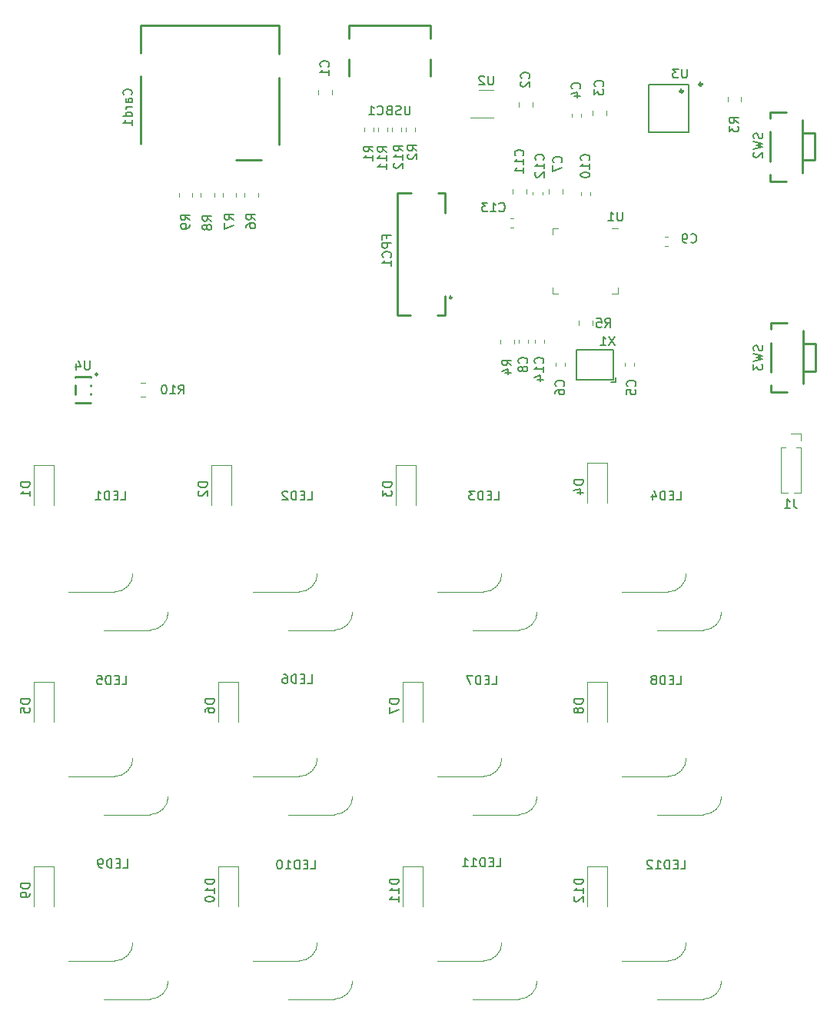
<source format=gbr>
%TF.GenerationSoftware,KiCad,Pcbnew,7.0.8*%
%TF.CreationDate,2023-12-04T11:10:45+01:00*%
%TF.ProjectId,scriptPad_PCB,73637269-7074-4506-9164-5f5043422e6b,rev?*%
%TF.SameCoordinates,Original*%
%TF.FileFunction,Legend,Bot*%
%TF.FilePolarity,Positive*%
%FSLAX46Y46*%
G04 Gerber Fmt 4.6, Leading zero omitted, Abs format (unit mm)*
G04 Created by KiCad (PCBNEW 7.0.8) date 2023-12-04 11:10:45*
%MOMM*%
%LPD*%
G01*
G04 APERTURE LIST*
%ADD10C,0.150000*%
%ADD11C,0.250000*%
%ADD12C,0.120000*%
%ADD13C,0.300000*%
%ADD14C,0.240000*%
G04 APERTURE END LIST*
D10*
X96373792Y-72640819D02*
X96707125Y-72164628D01*
X96945220Y-72640819D02*
X96945220Y-71640819D01*
X96945220Y-71640819D02*
X96564268Y-71640819D01*
X96564268Y-71640819D02*
X96469030Y-71688438D01*
X96469030Y-71688438D02*
X96421411Y-71736057D01*
X96421411Y-71736057D02*
X96373792Y-71831295D01*
X96373792Y-71831295D02*
X96373792Y-71974152D01*
X96373792Y-71974152D02*
X96421411Y-72069390D01*
X96421411Y-72069390D02*
X96469030Y-72117009D01*
X96469030Y-72117009D02*
X96564268Y-72164628D01*
X96564268Y-72164628D02*
X96945220Y-72164628D01*
X95469030Y-71640819D02*
X95945220Y-71640819D01*
X95945220Y-71640819D02*
X95992839Y-72117009D01*
X95992839Y-72117009D02*
X95945220Y-72069390D01*
X95945220Y-72069390D02*
X95849982Y-72021771D01*
X95849982Y-72021771D02*
X95611887Y-72021771D01*
X95611887Y-72021771D02*
X95516649Y-72069390D01*
X95516649Y-72069390D02*
X95469030Y-72117009D01*
X95469030Y-72117009D02*
X95421411Y-72212247D01*
X95421411Y-72212247D02*
X95421411Y-72450342D01*
X95421411Y-72450342D02*
X95469030Y-72545580D01*
X95469030Y-72545580D02*
X95516649Y-72593200D01*
X95516649Y-72593200D02*
X95611887Y-72640819D01*
X95611887Y-72640819D02*
X95849982Y-72640819D01*
X95849982Y-72640819D02*
X95945220Y-72593200D01*
X95945220Y-72593200D02*
X95992839Y-72545580D01*
X72321009Y-62801666D02*
X72321009Y-62468333D01*
X72844819Y-62468333D02*
X71844819Y-62468333D01*
X71844819Y-62468333D02*
X71844819Y-62944523D01*
X72844819Y-63325476D02*
X71844819Y-63325476D01*
X71844819Y-63325476D02*
X71844819Y-63706428D01*
X71844819Y-63706428D02*
X71892438Y-63801666D01*
X71892438Y-63801666D02*
X71940057Y-63849285D01*
X71940057Y-63849285D02*
X72035295Y-63896904D01*
X72035295Y-63896904D02*
X72178152Y-63896904D01*
X72178152Y-63896904D02*
X72273390Y-63849285D01*
X72273390Y-63849285D02*
X72321009Y-63801666D01*
X72321009Y-63801666D02*
X72368628Y-63706428D01*
X72368628Y-63706428D02*
X72368628Y-63325476D01*
X72749580Y-64896904D02*
X72797200Y-64849285D01*
X72797200Y-64849285D02*
X72844819Y-64706428D01*
X72844819Y-64706428D02*
X72844819Y-64611190D01*
X72844819Y-64611190D02*
X72797200Y-64468333D01*
X72797200Y-64468333D02*
X72701961Y-64373095D01*
X72701961Y-64373095D02*
X72606723Y-64325476D01*
X72606723Y-64325476D02*
X72416247Y-64277857D01*
X72416247Y-64277857D02*
X72273390Y-64277857D01*
X72273390Y-64277857D02*
X72082914Y-64325476D01*
X72082914Y-64325476D02*
X71987676Y-64373095D01*
X71987676Y-64373095D02*
X71892438Y-64468333D01*
X71892438Y-64468333D02*
X71844819Y-64611190D01*
X71844819Y-64611190D02*
X71844819Y-64706428D01*
X71844819Y-64706428D02*
X71892438Y-64849285D01*
X71892438Y-64849285D02*
X71940057Y-64896904D01*
X72844819Y-65849285D02*
X72844819Y-65277857D01*
X72844819Y-65563571D02*
X71844819Y-65563571D01*
X71844819Y-65563571D02*
X71987676Y-65468333D01*
X71987676Y-65468333D02*
X72082914Y-65373095D01*
X72082914Y-65373095D02*
X72130533Y-65277857D01*
X105409904Y-44158819D02*
X105409904Y-44968342D01*
X105409904Y-44968342D02*
X105362285Y-45063580D01*
X105362285Y-45063580D02*
X105314666Y-45111200D01*
X105314666Y-45111200D02*
X105219428Y-45158819D01*
X105219428Y-45158819D02*
X105028952Y-45158819D01*
X105028952Y-45158819D02*
X104933714Y-45111200D01*
X104933714Y-45111200D02*
X104886095Y-45063580D01*
X104886095Y-45063580D02*
X104838476Y-44968342D01*
X104838476Y-44968342D02*
X104838476Y-44158819D01*
X104457523Y-44158819D02*
X103838476Y-44158819D01*
X103838476Y-44158819D02*
X104171809Y-44539771D01*
X104171809Y-44539771D02*
X104028952Y-44539771D01*
X104028952Y-44539771D02*
X103933714Y-44587390D01*
X103933714Y-44587390D02*
X103886095Y-44635009D01*
X103886095Y-44635009D02*
X103838476Y-44730247D01*
X103838476Y-44730247D02*
X103838476Y-44968342D01*
X103838476Y-44968342D02*
X103886095Y-45063580D01*
X103886095Y-45063580D02*
X103933714Y-45111200D01*
X103933714Y-45111200D02*
X104028952Y-45158819D01*
X104028952Y-45158819D02*
X104314666Y-45158819D01*
X104314666Y-45158819D02*
X104409904Y-45111200D01*
X104409904Y-45111200D02*
X104457523Y-45063580D01*
X74114819Y-53205142D02*
X73638628Y-52871809D01*
X74114819Y-52633714D02*
X73114819Y-52633714D01*
X73114819Y-52633714D02*
X73114819Y-53014666D01*
X73114819Y-53014666D02*
X73162438Y-53109904D01*
X73162438Y-53109904D02*
X73210057Y-53157523D01*
X73210057Y-53157523D02*
X73305295Y-53205142D01*
X73305295Y-53205142D02*
X73448152Y-53205142D01*
X73448152Y-53205142D02*
X73543390Y-53157523D01*
X73543390Y-53157523D02*
X73591009Y-53109904D01*
X73591009Y-53109904D02*
X73638628Y-53014666D01*
X73638628Y-53014666D02*
X73638628Y-52633714D01*
X74114819Y-54157523D02*
X74114819Y-53586095D01*
X74114819Y-53871809D02*
X73114819Y-53871809D01*
X73114819Y-53871809D02*
X73257676Y-53776571D01*
X73257676Y-53776571D02*
X73352914Y-53681333D01*
X73352914Y-53681333D02*
X73400533Y-53586095D01*
X73210057Y-54538476D02*
X73162438Y-54586095D01*
X73162438Y-54586095D02*
X73114819Y-54681333D01*
X73114819Y-54681333D02*
X73114819Y-54919428D01*
X73114819Y-54919428D02*
X73162438Y-55014666D01*
X73162438Y-55014666D02*
X73210057Y-55062285D01*
X73210057Y-55062285D02*
X73305295Y-55109904D01*
X73305295Y-55109904D02*
X73400533Y-55109904D01*
X73400533Y-55109904D02*
X73543390Y-55062285D01*
X73543390Y-55062285D02*
X74114819Y-54490857D01*
X74114819Y-54490857D02*
X74114819Y-55109904D01*
X72336819Y-53306742D02*
X71860628Y-52973409D01*
X72336819Y-52735314D02*
X71336819Y-52735314D01*
X71336819Y-52735314D02*
X71336819Y-53116266D01*
X71336819Y-53116266D02*
X71384438Y-53211504D01*
X71384438Y-53211504D02*
X71432057Y-53259123D01*
X71432057Y-53259123D02*
X71527295Y-53306742D01*
X71527295Y-53306742D02*
X71670152Y-53306742D01*
X71670152Y-53306742D02*
X71765390Y-53259123D01*
X71765390Y-53259123D02*
X71813009Y-53211504D01*
X71813009Y-53211504D02*
X71860628Y-53116266D01*
X71860628Y-53116266D02*
X71860628Y-52735314D01*
X72336819Y-54259123D02*
X72336819Y-53687695D01*
X72336819Y-53973409D02*
X71336819Y-53973409D01*
X71336819Y-53973409D02*
X71479676Y-53878171D01*
X71479676Y-53878171D02*
X71574914Y-53782933D01*
X71574914Y-53782933D02*
X71622533Y-53687695D01*
X72336819Y-55211504D02*
X72336819Y-54640076D01*
X72336819Y-54925790D02*
X71336819Y-54925790D01*
X71336819Y-54925790D02*
X71479676Y-54830552D01*
X71479676Y-54830552D02*
X71574914Y-54735314D01*
X71574914Y-54735314D02*
X71622533Y-54640076D01*
X75638819Y-53173333D02*
X75162628Y-52840000D01*
X75638819Y-52601905D02*
X74638819Y-52601905D01*
X74638819Y-52601905D02*
X74638819Y-52982857D01*
X74638819Y-52982857D02*
X74686438Y-53078095D01*
X74686438Y-53078095D02*
X74734057Y-53125714D01*
X74734057Y-53125714D02*
X74829295Y-53173333D01*
X74829295Y-53173333D02*
X74972152Y-53173333D01*
X74972152Y-53173333D02*
X75067390Y-53125714D01*
X75067390Y-53125714D02*
X75115009Y-53078095D01*
X75115009Y-53078095D02*
X75162628Y-52982857D01*
X75162628Y-52982857D02*
X75162628Y-52601905D01*
X74734057Y-53554286D02*
X74686438Y-53601905D01*
X74686438Y-53601905D02*
X74638819Y-53697143D01*
X74638819Y-53697143D02*
X74638819Y-53935238D01*
X74638819Y-53935238D02*
X74686438Y-54030476D01*
X74686438Y-54030476D02*
X74734057Y-54078095D01*
X74734057Y-54078095D02*
X74829295Y-54125714D01*
X74829295Y-54125714D02*
X74924533Y-54125714D01*
X74924533Y-54125714D02*
X75067390Y-54078095D01*
X75067390Y-54078095D02*
X75638819Y-53506667D01*
X75638819Y-53506667D02*
X75638819Y-54125714D01*
X70812819Y-53274933D02*
X70336628Y-52941600D01*
X70812819Y-52703505D02*
X69812819Y-52703505D01*
X69812819Y-52703505D02*
X69812819Y-53084457D01*
X69812819Y-53084457D02*
X69860438Y-53179695D01*
X69860438Y-53179695D02*
X69908057Y-53227314D01*
X69908057Y-53227314D02*
X70003295Y-53274933D01*
X70003295Y-53274933D02*
X70146152Y-53274933D01*
X70146152Y-53274933D02*
X70241390Y-53227314D01*
X70241390Y-53227314D02*
X70289009Y-53179695D01*
X70289009Y-53179695D02*
X70336628Y-53084457D01*
X70336628Y-53084457D02*
X70336628Y-52703505D01*
X70812819Y-54227314D02*
X70812819Y-53655886D01*
X70812819Y-53941600D02*
X69812819Y-53941600D01*
X69812819Y-53941600D02*
X69955676Y-53846362D01*
X69955676Y-53846362D02*
X70050914Y-53751124D01*
X70050914Y-53751124D02*
X70098533Y-53655886D01*
X117173333Y-91529819D02*
X117173333Y-92244104D01*
X117173333Y-92244104D02*
X117220952Y-92386961D01*
X117220952Y-92386961D02*
X117316190Y-92482200D01*
X117316190Y-92482200D02*
X117459047Y-92529819D01*
X117459047Y-92529819D02*
X117554285Y-92529819D01*
X116173333Y-92529819D02*
X116744761Y-92529819D01*
X116459047Y-92529819D02*
X116459047Y-91529819D01*
X116459047Y-91529819D02*
X116554285Y-91672676D01*
X116554285Y-91672676D02*
X116649523Y-91767914D01*
X116649523Y-91767914D02*
X116744761Y-91815533D01*
X113691200Y-51244667D02*
X113738819Y-51387524D01*
X113738819Y-51387524D02*
X113738819Y-51625619D01*
X113738819Y-51625619D02*
X113691200Y-51720857D01*
X113691200Y-51720857D02*
X113643580Y-51768476D01*
X113643580Y-51768476D02*
X113548342Y-51816095D01*
X113548342Y-51816095D02*
X113453104Y-51816095D01*
X113453104Y-51816095D02*
X113357866Y-51768476D01*
X113357866Y-51768476D02*
X113310247Y-51720857D01*
X113310247Y-51720857D02*
X113262628Y-51625619D01*
X113262628Y-51625619D02*
X113215009Y-51435143D01*
X113215009Y-51435143D02*
X113167390Y-51339905D01*
X113167390Y-51339905D02*
X113119771Y-51292286D01*
X113119771Y-51292286D02*
X113024533Y-51244667D01*
X113024533Y-51244667D02*
X112929295Y-51244667D01*
X112929295Y-51244667D02*
X112834057Y-51292286D01*
X112834057Y-51292286D02*
X112786438Y-51339905D01*
X112786438Y-51339905D02*
X112738819Y-51435143D01*
X112738819Y-51435143D02*
X112738819Y-51673238D01*
X112738819Y-51673238D02*
X112786438Y-51816095D01*
X112738819Y-52149429D02*
X113738819Y-52387524D01*
X113738819Y-52387524D02*
X113024533Y-52578000D01*
X113024533Y-52578000D02*
X113738819Y-52768476D01*
X113738819Y-52768476D02*
X112738819Y-53006572D01*
X112834057Y-53339905D02*
X112786438Y-53387524D01*
X112786438Y-53387524D02*
X112738819Y-53482762D01*
X112738819Y-53482762D02*
X112738819Y-53720857D01*
X112738819Y-53720857D02*
X112786438Y-53816095D01*
X112786438Y-53816095D02*
X112834057Y-53863714D01*
X112834057Y-53863714D02*
X112929295Y-53911333D01*
X112929295Y-53911333D02*
X113024533Y-53911333D01*
X113024533Y-53911333D02*
X113167390Y-53863714D01*
X113167390Y-53863714D02*
X113738819Y-53292286D01*
X113738819Y-53292286D02*
X113738819Y-53911333D01*
X43283047Y-132153819D02*
X43759237Y-132153819D01*
X43759237Y-132153819D02*
X43759237Y-131153819D01*
X42949713Y-131630009D02*
X42616380Y-131630009D01*
X42473523Y-132153819D02*
X42949713Y-132153819D01*
X42949713Y-132153819D02*
X42949713Y-131153819D01*
X42949713Y-131153819D02*
X42473523Y-131153819D01*
X42044951Y-132153819D02*
X42044951Y-131153819D01*
X42044951Y-131153819D02*
X41806856Y-131153819D01*
X41806856Y-131153819D02*
X41663999Y-131201438D01*
X41663999Y-131201438D02*
X41568761Y-131296676D01*
X41568761Y-131296676D02*
X41521142Y-131391914D01*
X41521142Y-131391914D02*
X41473523Y-131582390D01*
X41473523Y-131582390D02*
X41473523Y-131725247D01*
X41473523Y-131725247D02*
X41521142Y-131915723D01*
X41521142Y-131915723D02*
X41568761Y-132010961D01*
X41568761Y-132010961D02*
X41663999Y-132106200D01*
X41663999Y-132106200D02*
X41806856Y-132153819D01*
X41806856Y-132153819D02*
X42044951Y-132153819D01*
X40997332Y-132153819D02*
X40806856Y-132153819D01*
X40806856Y-132153819D02*
X40711618Y-132106200D01*
X40711618Y-132106200D02*
X40663999Y-132058580D01*
X40663999Y-132058580D02*
X40568761Y-131915723D01*
X40568761Y-131915723D02*
X40521142Y-131725247D01*
X40521142Y-131725247D02*
X40521142Y-131344295D01*
X40521142Y-131344295D02*
X40568761Y-131249057D01*
X40568761Y-131249057D02*
X40616380Y-131201438D01*
X40616380Y-131201438D02*
X40711618Y-131153819D01*
X40711618Y-131153819D02*
X40902094Y-131153819D01*
X40902094Y-131153819D02*
X40997332Y-131201438D01*
X40997332Y-131201438D02*
X41044951Y-131249057D01*
X41044951Y-131249057D02*
X41092570Y-131344295D01*
X41092570Y-131344295D02*
X41092570Y-131582390D01*
X41092570Y-131582390D02*
X41044951Y-131677628D01*
X41044951Y-131677628D02*
X40997332Y-131725247D01*
X40997332Y-131725247D02*
X40902094Y-131772866D01*
X40902094Y-131772866D02*
X40711618Y-131772866D01*
X40711618Y-131772866D02*
X40616380Y-131725247D01*
X40616380Y-131725247D02*
X40568761Y-131677628D01*
X40568761Y-131677628D02*
X40521142Y-131582390D01*
X93958819Y-133405714D02*
X92958819Y-133405714D01*
X92958819Y-133405714D02*
X92958819Y-133643809D01*
X92958819Y-133643809D02*
X93006438Y-133786666D01*
X93006438Y-133786666D02*
X93101676Y-133881904D01*
X93101676Y-133881904D02*
X93196914Y-133929523D01*
X93196914Y-133929523D02*
X93387390Y-133977142D01*
X93387390Y-133977142D02*
X93530247Y-133977142D01*
X93530247Y-133977142D02*
X93720723Y-133929523D01*
X93720723Y-133929523D02*
X93815961Y-133881904D01*
X93815961Y-133881904D02*
X93911200Y-133786666D01*
X93911200Y-133786666D02*
X93958819Y-133643809D01*
X93958819Y-133643809D02*
X93958819Y-133405714D01*
X93958819Y-134929523D02*
X93958819Y-134358095D01*
X93958819Y-134643809D02*
X92958819Y-134643809D01*
X92958819Y-134643809D02*
X93101676Y-134548571D01*
X93101676Y-134548571D02*
X93196914Y-134453333D01*
X93196914Y-134453333D02*
X93244533Y-134358095D01*
X93054057Y-135310476D02*
X93006438Y-135358095D01*
X93006438Y-135358095D02*
X92958819Y-135453333D01*
X92958819Y-135453333D02*
X92958819Y-135691428D01*
X92958819Y-135691428D02*
X93006438Y-135786666D01*
X93006438Y-135786666D02*
X93054057Y-135834285D01*
X93054057Y-135834285D02*
X93149295Y-135881904D01*
X93149295Y-135881904D02*
X93244533Y-135881904D01*
X93244533Y-135881904D02*
X93387390Y-135834285D01*
X93387390Y-135834285D02*
X93958819Y-135262857D01*
X93958819Y-135262857D02*
X93958819Y-135881904D01*
X104243047Y-111960819D02*
X104719237Y-111960819D01*
X104719237Y-111960819D02*
X104719237Y-110960819D01*
X103909713Y-111437009D02*
X103576380Y-111437009D01*
X103433523Y-111960819D02*
X103909713Y-111960819D01*
X103909713Y-111960819D02*
X103909713Y-110960819D01*
X103909713Y-110960819D02*
X103433523Y-110960819D01*
X103004951Y-111960819D02*
X103004951Y-110960819D01*
X103004951Y-110960819D02*
X102766856Y-110960819D01*
X102766856Y-110960819D02*
X102623999Y-111008438D01*
X102623999Y-111008438D02*
X102528761Y-111103676D01*
X102528761Y-111103676D02*
X102481142Y-111198914D01*
X102481142Y-111198914D02*
X102433523Y-111389390D01*
X102433523Y-111389390D02*
X102433523Y-111532247D01*
X102433523Y-111532247D02*
X102481142Y-111722723D01*
X102481142Y-111722723D02*
X102528761Y-111817961D01*
X102528761Y-111817961D02*
X102623999Y-111913200D01*
X102623999Y-111913200D02*
X102766856Y-111960819D01*
X102766856Y-111960819D02*
X103004951Y-111960819D01*
X101862094Y-111389390D02*
X101957332Y-111341771D01*
X101957332Y-111341771D02*
X102004951Y-111294152D01*
X102004951Y-111294152D02*
X102052570Y-111198914D01*
X102052570Y-111198914D02*
X102052570Y-111151295D01*
X102052570Y-111151295D02*
X102004951Y-111056057D01*
X102004951Y-111056057D02*
X101957332Y-111008438D01*
X101957332Y-111008438D02*
X101862094Y-110960819D01*
X101862094Y-110960819D02*
X101671618Y-110960819D01*
X101671618Y-110960819D02*
X101576380Y-111008438D01*
X101576380Y-111008438D02*
X101528761Y-111056057D01*
X101528761Y-111056057D02*
X101481142Y-111151295D01*
X101481142Y-111151295D02*
X101481142Y-111198914D01*
X101481142Y-111198914D02*
X101528761Y-111294152D01*
X101528761Y-111294152D02*
X101576380Y-111341771D01*
X101576380Y-111341771D02*
X101671618Y-111389390D01*
X101671618Y-111389390D02*
X101862094Y-111389390D01*
X101862094Y-111389390D02*
X101957332Y-111437009D01*
X101957332Y-111437009D02*
X102004951Y-111484628D01*
X102004951Y-111484628D02*
X102052570Y-111579866D01*
X102052570Y-111579866D02*
X102052570Y-111770342D01*
X102052570Y-111770342D02*
X102004951Y-111865580D01*
X102004951Y-111865580D02*
X101957332Y-111913200D01*
X101957332Y-111913200D02*
X101862094Y-111960819D01*
X101862094Y-111960819D02*
X101671618Y-111960819D01*
X101671618Y-111960819D02*
X101576380Y-111913200D01*
X101576380Y-111913200D02*
X101528761Y-111865580D01*
X101528761Y-111865580D02*
X101481142Y-111770342D01*
X101481142Y-111770342D02*
X101481142Y-111579866D01*
X101481142Y-111579866D02*
X101528761Y-111484628D01*
X101528761Y-111484628D02*
X101576380Y-111437009D01*
X101576380Y-111437009D02*
X101671618Y-111389390D01*
X113691200Y-74612667D02*
X113738819Y-74755524D01*
X113738819Y-74755524D02*
X113738819Y-74993619D01*
X113738819Y-74993619D02*
X113691200Y-75088857D01*
X113691200Y-75088857D02*
X113643580Y-75136476D01*
X113643580Y-75136476D02*
X113548342Y-75184095D01*
X113548342Y-75184095D02*
X113453104Y-75184095D01*
X113453104Y-75184095D02*
X113357866Y-75136476D01*
X113357866Y-75136476D02*
X113310247Y-75088857D01*
X113310247Y-75088857D02*
X113262628Y-74993619D01*
X113262628Y-74993619D02*
X113215009Y-74803143D01*
X113215009Y-74803143D02*
X113167390Y-74707905D01*
X113167390Y-74707905D02*
X113119771Y-74660286D01*
X113119771Y-74660286D02*
X113024533Y-74612667D01*
X113024533Y-74612667D02*
X112929295Y-74612667D01*
X112929295Y-74612667D02*
X112834057Y-74660286D01*
X112834057Y-74660286D02*
X112786438Y-74707905D01*
X112786438Y-74707905D02*
X112738819Y-74803143D01*
X112738819Y-74803143D02*
X112738819Y-75041238D01*
X112738819Y-75041238D02*
X112786438Y-75184095D01*
X112738819Y-75517429D02*
X113738819Y-75755524D01*
X113738819Y-75755524D02*
X113024533Y-75946000D01*
X113024533Y-75946000D02*
X113738819Y-76136476D01*
X113738819Y-76136476D02*
X112738819Y-76374572D01*
X112738819Y-76660286D02*
X112738819Y-77279333D01*
X112738819Y-77279333D02*
X113119771Y-76946000D01*
X113119771Y-76946000D02*
X113119771Y-77088857D01*
X113119771Y-77088857D02*
X113167390Y-77184095D01*
X113167390Y-77184095D02*
X113215009Y-77231714D01*
X113215009Y-77231714D02*
X113310247Y-77279333D01*
X113310247Y-77279333D02*
X113548342Y-77279333D01*
X113548342Y-77279333D02*
X113643580Y-77231714D01*
X113643580Y-77231714D02*
X113691200Y-77184095D01*
X113691200Y-77184095D02*
X113738819Y-77088857D01*
X113738819Y-77088857D02*
X113738819Y-76803143D01*
X113738819Y-76803143D02*
X113691200Y-76707905D01*
X113691200Y-76707905D02*
X113643580Y-76660286D01*
X91799580Y-79081333D02*
X91847200Y-79033714D01*
X91847200Y-79033714D02*
X91894819Y-78890857D01*
X91894819Y-78890857D02*
X91894819Y-78795619D01*
X91894819Y-78795619D02*
X91847200Y-78652762D01*
X91847200Y-78652762D02*
X91751961Y-78557524D01*
X91751961Y-78557524D02*
X91656723Y-78509905D01*
X91656723Y-78509905D02*
X91466247Y-78462286D01*
X91466247Y-78462286D02*
X91323390Y-78462286D01*
X91323390Y-78462286D02*
X91132914Y-78509905D01*
X91132914Y-78509905D02*
X91037676Y-78557524D01*
X91037676Y-78557524D02*
X90942438Y-78652762D01*
X90942438Y-78652762D02*
X90894819Y-78795619D01*
X90894819Y-78795619D02*
X90894819Y-78890857D01*
X90894819Y-78890857D02*
X90942438Y-79033714D01*
X90942438Y-79033714D02*
X90990057Y-79081333D01*
X90894819Y-79938476D02*
X90894819Y-79748000D01*
X90894819Y-79748000D02*
X90942438Y-79652762D01*
X90942438Y-79652762D02*
X90990057Y-79605143D01*
X90990057Y-79605143D02*
X91132914Y-79509905D01*
X91132914Y-79509905D02*
X91323390Y-79462286D01*
X91323390Y-79462286D02*
X91704342Y-79462286D01*
X91704342Y-79462286D02*
X91799580Y-79509905D01*
X91799580Y-79509905D02*
X91847200Y-79557524D01*
X91847200Y-79557524D02*
X91894819Y-79652762D01*
X91894819Y-79652762D02*
X91894819Y-79843238D01*
X91894819Y-79843238D02*
X91847200Y-79938476D01*
X91847200Y-79938476D02*
X91799580Y-79986095D01*
X91799580Y-79986095D02*
X91704342Y-80033714D01*
X91704342Y-80033714D02*
X91466247Y-80033714D01*
X91466247Y-80033714D02*
X91371009Y-79986095D01*
X91371009Y-79986095D02*
X91323390Y-79938476D01*
X91323390Y-79938476D02*
X91275771Y-79843238D01*
X91275771Y-79843238D02*
X91275771Y-79652762D01*
X91275771Y-79652762D02*
X91323390Y-79557524D01*
X91323390Y-79557524D02*
X91371009Y-79509905D01*
X91371009Y-79509905D02*
X91466247Y-79462286D01*
X39623904Y-76289819D02*
X39623904Y-77099342D01*
X39623904Y-77099342D02*
X39576285Y-77194580D01*
X39576285Y-77194580D02*
X39528666Y-77242200D01*
X39528666Y-77242200D02*
X39433428Y-77289819D01*
X39433428Y-77289819D02*
X39242952Y-77289819D01*
X39242952Y-77289819D02*
X39147714Y-77242200D01*
X39147714Y-77242200D02*
X39100095Y-77194580D01*
X39100095Y-77194580D02*
X39052476Y-77099342D01*
X39052476Y-77099342D02*
X39052476Y-76289819D01*
X38147714Y-76623152D02*
X38147714Y-77289819D01*
X38385809Y-76242200D02*
X38623904Y-76956485D01*
X38623904Y-76956485D02*
X38004857Y-76956485D01*
X53032819Y-60920333D02*
X52556628Y-60587000D01*
X53032819Y-60348905D02*
X52032819Y-60348905D01*
X52032819Y-60348905D02*
X52032819Y-60729857D01*
X52032819Y-60729857D02*
X52080438Y-60825095D01*
X52080438Y-60825095D02*
X52128057Y-60872714D01*
X52128057Y-60872714D02*
X52223295Y-60920333D01*
X52223295Y-60920333D02*
X52366152Y-60920333D01*
X52366152Y-60920333D02*
X52461390Y-60872714D01*
X52461390Y-60872714D02*
X52509009Y-60825095D01*
X52509009Y-60825095D02*
X52556628Y-60729857D01*
X52556628Y-60729857D02*
X52556628Y-60348905D01*
X52461390Y-61491762D02*
X52413771Y-61396524D01*
X52413771Y-61396524D02*
X52366152Y-61348905D01*
X52366152Y-61348905D02*
X52270914Y-61301286D01*
X52270914Y-61301286D02*
X52223295Y-61301286D01*
X52223295Y-61301286D02*
X52128057Y-61348905D01*
X52128057Y-61348905D02*
X52080438Y-61396524D01*
X52080438Y-61396524D02*
X52032819Y-61491762D01*
X52032819Y-61491762D02*
X52032819Y-61682238D01*
X52032819Y-61682238D02*
X52080438Y-61777476D01*
X52080438Y-61777476D02*
X52128057Y-61825095D01*
X52128057Y-61825095D02*
X52223295Y-61872714D01*
X52223295Y-61872714D02*
X52270914Y-61872714D01*
X52270914Y-61872714D02*
X52366152Y-61825095D01*
X52366152Y-61825095D02*
X52413771Y-61777476D01*
X52413771Y-61777476D02*
X52461390Y-61682238D01*
X52461390Y-61682238D02*
X52461390Y-61491762D01*
X52461390Y-61491762D02*
X52509009Y-61396524D01*
X52509009Y-61396524D02*
X52556628Y-61348905D01*
X52556628Y-61348905D02*
X52651866Y-61301286D01*
X52651866Y-61301286D02*
X52842342Y-61301286D01*
X52842342Y-61301286D02*
X52937580Y-61348905D01*
X52937580Y-61348905D02*
X52985200Y-61396524D01*
X52985200Y-61396524D02*
X53032819Y-61491762D01*
X53032819Y-61491762D02*
X53032819Y-61682238D01*
X53032819Y-61682238D02*
X52985200Y-61777476D01*
X52985200Y-61777476D02*
X52937580Y-61825095D01*
X52937580Y-61825095D02*
X52842342Y-61872714D01*
X52842342Y-61872714D02*
X52651866Y-61872714D01*
X52651866Y-61872714D02*
X52556628Y-61825095D01*
X52556628Y-61825095D02*
X52509009Y-61777476D01*
X52509009Y-61777476D02*
X52461390Y-61682238D01*
X55445819Y-60769833D02*
X54969628Y-60436500D01*
X55445819Y-60198405D02*
X54445819Y-60198405D01*
X54445819Y-60198405D02*
X54445819Y-60579357D01*
X54445819Y-60579357D02*
X54493438Y-60674595D01*
X54493438Y-60674595D02*
X54541057Y-60722214D01*
X54541057Y-60722214D02*
X54636295Y-60769833D01*
X54636295Y-60769833D02*
X54779152Y-60769833D01*
X54779152Y-60769833D02*
X54874390Y-60722214D01*
X54874390Y-60722214D02*
X54922009Y-60674595D01*
X54922009Y-60674595D02*
X54969628Y-60579357D01*
X54969628Y-60579357D02*
X54969628Y-60198405D01*
X54445819Y-61103167D02*
X54445819Y-61769833D01*
X54445819Y-61769833D02*
X55445819Y-61341262D01*
X43029047Y-91640819D02*
X43505237Y-91640819D01*
X43505237Y-91640819D02*
X43505237Y-90640819D01*
X42695713Y-91117009D02*
X42362380Y-91117009D01*
X42219523Y-91640819D02*
X42695713Y-91640819D01*
X42695713Y-91640819D02*
X42695713Y-90640819D01*
X42695713Y-90640819D02*
X42219523Y-90640819D01*
X41790951Y-91640819D02*
X41790951Y-90640819D01*
X41790951Y-90640819D02*
X41552856Y-90640819D01*
X41552856Y-90640819D02*
X41409999Y-90688438D01*
X41409999Y-90688438D02*
X41314761Y-90783676D01*
X41314761Y-90783676D02*
X41267142Y-90878914D01*
X41267142Y-90878914D02*
X41219523Y-91069390D01*
X41219523Y-91069390D02*
X41219523Y-91212247D01*
X41219523Y-91212247D02*
X41267142Y-91402723D01*
X41267142Y-91402723D02*
X41314761Y-91497961D01*
X41314761Y-91497961D02*
X41409999Y-91593200D01*
X41409999Y-91593200D02*
X41552856Y-91640819D01*
X41552856Y-91640819D02*
X41790951Y-91640819D01*
X40267142Y-91640819D02*
X40838570Y-91640819D01*
X40552856Y-91640819D02*
X40552856Y-90640819D01*
X40552856Y-90640819D02*
X40648094Y-90783676D01*
X40648094Y-90783676D02*
X40743332Y-90878914D01*
X40743332Y-90878914D02*
X40838570Y-90926533D01*
X104243047Y-91640819D02*
X104719237Y-91640819D01*
X104719237Y-91640819D02*
X104719237Y-90640819D01*
X103909713Y-91117009D02*
X103576380Y-91117009D01*
X103433523Y-91640819D02*
X103909713Y-91640819D01*
X103909713Y-91640819D02*
X103909713Y-90640819D01*
X103909713Y-90640819D02*
X103433523Y-90640819D01*
X103004951Y-91640819D02*
X103004951Y-90640819D01*
X103004951Y-90640819D02*
X102766856Y-90640819D01*
X102766856Y-90640819D02*
X102623999Y-90688438D01*
X102623999Y-90688438D02*
X102528761Y-90783676D01*
X102528761Y-90783676D02*
X102481142Y-90878914D01*
X102481142Y-90878914D02*
X102433523Y-91069390D01*
X102433523Y-91069390D02*
X102433523Y-91212247D01*
X102433523Y-91212247D02*
X102481142Y-91402723D01*
X102481142Y-91402723D02*
X102528761Y-91497961D01*
X102528761Y-91497961D02*
X102623999Y-91593200D01*
X102623999Y-91593200D02*
X102766856Y-91640819D01*
X102766856Y-91640819D02*
X103004951Y-91640819D01*
X101576380Y-90974152D02*
X101576380Y-91640819D01*
X101814475Y-90593200D02*
X102052570Y-91307485D01*
X102052570Y-91307485D02*
X101433523Y-91307485D01*
X65891580Y-43902333D02*
X65939200Y-43854714D01*
X65939200Y-43854714D02*
X65986819Y-43711857D01*
X65986819Y-43711857D02*
X65986819Y-43616619D01*
X65986819Y-43616619D02*
X65939200Y-43473762D01*
X65939200Y-43473762D02*
X65843961Y-43378524D01*
X65843961Y-43378524D02*
X65748723Y-43330905D01*
X65748723Y-43330905D02*
X65558247Y-43283286D01*
X65558247Y-43283286D02*
X65415390Y-43283286D01*
X65415390Y-43283286D02*
X65224914Y-43330905D01*
X65224914Y-43330905D02*
X65129676Y-43378524D01*
X65129676Y-43378524D02*
X65034438Y-43473762D01*
X65034438Y-43473762D02*
X64986819Y-43616619D01*
X64986819Y-43616619D02*
X64986819Y-43711857D01*
X64986819Y-43711857D02*
X65034438Y-43854714D01*
X65034438Y-43854714D02*
X65082057Y-43902333D01*
X65986819Y-44854714D02*
X65986819Y-44283286D01*
X65986819Y-44569000D02*
X64986819Y-44569000D01*
X64986819Y-44569000D02*
X65129676Y-44473762D01*
X65129676Y-44473762D02*
X65224914Y-44378524D01*
X65224914Y-44378524D02*
X65272533Y-44283286D01*
X32998819Y-133881905D02*
X31998819Y-133881905D01*
X31998819Y-133881905D02*
X31998819Y-134120000D01*
X31998819Y-134120000D02*
X32046438Y-134262857D01*
X32046438Y-134262857D02*
X32141676Y-134358095D01*
X32141676Y-134358095D02*
X32236914Y-134405714D01*
X32236914Y-134405714D02*
X32427390Y-134453333D01*
X32427390Y-134453333D02*
X32570247Y-134453333D01*
X32570247Y-134453333D02*
X32760723Y-134405714D01*
X32760723Y-134405714D02*
X32855961Y-134358095D01*
X32855961Y-134358095D02*
X32951200Y-134262857D01*
X32951200Y-134262857D02*
X32998819Y-134120000D01*
X32998819Y-134120000D02*
X32998819Y-133881905D01*
X32998819Y-134929524D02*
X32998819Y-135120000D01*
X32998819Y-135120000D02*
X32951200Y-135215238D01*
X32951200Y-135215238D02*
X32903580Y-135262857D01*
X32903580Y-135262857D02*
X32760723Y-135358095D01*
X32760723Y-135358095D02*
X32570247Y-135405714D01*
X32570247Y-135405714D02*
X32189295Y-135405714D01*
X32189295Y-135405714D02*
X32094057Y-135358095D01*
X32094057Y-135358095D02*
X32046438Y-135310476D01*
X32046438Y-135310476D02*
X31998819Y-135215238D01*
X31998819Y-135215238D02*
X31998819Y-135024762D01*
X31998819Y-135024762D02*
X32046438Y-134929524D01*
X32046438Y-134929524D02*
X32094057Y-134881905D01*
X32094057Y-134881905D02*
X32189295Y-134834286D01*
X32189295Y-134834286D02*
X32427390Y-134834286D01*
X32427390Y-134834286D02*
X32522628Y-134881905D01*
X32522628Y-134881905D02*
X32570247Y-134929524D01*
X32570247Y-134929524D02*
X32617866Y-135024762D01*
X32617866Y-135024762D02*
X32617866Y-135215238D01*
X32617866Y-135215238D02*
X32570247Y-135310476D01*
X32570247Y-135310476D02*
X32522628Y-135358095D01*
X32522628Y-135358095D02*
X32427390Y-135405714D01*
X87735580Y-76554333D02*
X87783200Y-76506714D01*
X87783200Y-76506714D02*
X87830819Y-76363857D01*
X87830819Y-76363857D02*
X87830819Y-76268619D01*
X87830819Y-76268619D02*
X87783200Y-76125762D01*
X87783200Y-76125762D02*
X87687961Y-76030524D01*
X87687961Y-76030524D02*
X87592723Y-75982905D01*
X87592723Y-75982905D02*
X87402247Y-75935286D01*
X87402247Y-75935286D02*
X87259390Y-75935286D01*
X87259390Y-75935286D02*
X87068914Y-75982905D01*
X87068914Y-75982905D02*
X86973676Y-76030524D01*
X86973676Y-76030524D02*
X86878438Y-76125762D01*
X86878438Y-76125762D02*
X86830819Y-76268619D01*
X86830819Y-76268619D02*
X86830819Y-76363857D01*
X86830819Y-76363857D02*
X86878438Y-76506714D01*
X86878438Y-76506714D02*
X86926057Y-76554333D01*
X87259390Y-77125762D02*
X87211771Y-77030524D01*
X87211771Y-77030524D02*
X87164152Y-76982905D01*
X87164152Y-76982905D02*
X87068914Y-76935286D01*
X87068914Y-76935286D02*
X87021295Y-76935286D01*
X87021295Y-76935286D02*
X86926057Y-76982905D01*
X86926057Y-76982905D02*
X86878438Y-77030524D01*
X86878438Y-77030524D02*
X86830819Y-77125762D01*
X86830819Y-77125762D02*
X86830819Y-77316238D01*
X86830819Y-77316238D02*
X86878438Y-77411476D01*
X86878438Y-77411476D02*
X86926057Y-77459095D01*
X86926057Y-77459095D02*
X87021295Y-77506714D01*
X87021295Y-77506714D02*
X87068914Y-77506714D01*
X87068914Y-77506714D02*
X87164152Y-77459095D01*
X87164152Y-77459095D02*
X87211771Y-77411476D01*
X87211771Y-77411476D02*
X87259390Y-77316238D01*
X87259390Y-77316238D02*
X87259390Y-77125762D01*
X87259390Y-77125762D02*
X87307009Y-77030524D01*
X87307009Y-77030524D02*
X87354628Y-76982905D01*
X87354628Y-76982905D02*
X87449866Y-76935286D01*
X87449866Y-76935286D02*
X87640342Y-76935286D01*
X87640342Y-76935286D02*
X87735580Y-76982905D01*
X87735580Y-76982905D02*
X87783200Y-77030524D01*
X87783200Y-77030524D02*
X87830819Y-77125762D01*
X87830819Y-77125762D02*
X87830819Y-77316238D01*
X87830819Y-77316238D02*
X87783200Y-77411476D01*
X87783200Y-77411476D02*
X87735580Y-77459095D01*
X87735580Y-77459095D02*
X87640342Y-77506714D01*
X87640342Y-77506714D02*
X87449866Y-77506714D01*
X87449866Y-77506714D02*
X87354628Y-77459095D01*
X87354628Y-77459095D02*
X87307009Y-77411476D01*
X87307009Y-77411476D02*
X87259390Y-77316238D01*
X44174580Y-47006047D02*
X44222200Y-46958428D01*
X44222200Y-46958428D02*
X44269819Y-46815571D01*
X44269819Y-46815571D02*
X44269819Y-46720333D01*
X44269819Y-46720333D02*
X44222200Y-46577476D01*
X44222200Y-46577476D02*
X44126961Y-46482238D01*
X44126961Y-46482238D02*
X44031723Y-46434619D01*
X44031723Y-46434619D02*
X43841247Y-46387000D01*
X43841247Y-46387000D02*
X43698390Y-46387000D01*
X43698390Y-46387000D02*
X43507914Y-46434619D01*
X43507914Y-46434619D02*
X43412676Y-46482238D01*
X43412676Y-46482238D02*
X43317438Y-46577476D01*
X43317438Y-46577476D02*
X43269819Y-46720333D01*
X43269819Y-46720333D02*
X43269819Y-46815571D01*
X43269819Y-46815571D02*
X43317438Y-46958428D01*
X43317438Y-46958428D02*
X43365057Y-47006047D01*
X44269819Y-47863190D02*
X43746009Y-47863190D01*
X43746009Y-47863190D02*
X43650771Y-47815571D01*
X43650771Y-47815571D02*
X43603152Y-47720333D01*
X43603152Y-47720333D02*
X43603152Y-47529857D01*
X43603152Y-47529857D02*
X43650771Y-47434619D01*
X44222200Y-47863190D02*
X44269819Y-47767952D01*
X44269819Y-47767952D02*
X44269819Y-47529857D01*
X44269819Y-47529857D02*
X44222200Y-47434619D01*
X44222200Y-47434619D02*
X44126961Y-47387000D01*
X44126961Y-47387000D02*
X44031723Y-47387000D01*
X44031723Y-47387000D02*
X43936485Y-47434619D01*
X43936485Y-47434619D02*
X43888866Y-47529857D01*
X43888866Y-47529857D02*
X43888866Y-47767952D01*
X43888866Y-47767952D02*
X43841247Y-47863190D01*
X44269819Y-48339381D02*
X43603152Y-48339381D01*
X43793628Y-48339381D02*
X43698390Y-48387000D01*
X43698390Y-48387000D02*
X43650771Y-48434619D01*
X43650771Y-48434619D02*
X43603152Y-48529857D01*
X43603152Y-48529857D02*
X43603152Y-48625095D01*
X44269819Y-49387000D02*
X43269819Y-49387000D01*
X44222200Y-49387000D02*
X44269819Y-49291762D01*
X44269819Y-49291762D02*
X44269819Y-49101286D01*
X44269819Y-49101286D02*
X44222200Y-49006048D01*
X44222200Y-49006048D02*
X44174580Y-48958429D01*
X44174580Y-48958429D02*
X44079342Y-48910810D01*
X44079342Y-48910810D02*
X43793628Y-48910810D01*
X43793628Y-48910810D02*
X43698390Y-48958429D01*
X43698390Y-48958429D02*
X43650771Y-49006048D01*
X43650771Y-49006048D02*
X43603152Y-49101286D01*
X43603152Y-49101286D02*
X43603152Y-49291762D01*
X43603152Y-49291762D02*
X43650771Y-49387000D01*
X44269819Y-50387000D02*
X44269819Y-49815572D01*
X44269819Y-50101286D02*
X43269819Y-50101286D01*
X43269819Y-50101286D02*
X43412676Y-50006048D01*
X43412676Y-50006048D02*
X43507914Y-49910810D01*
X43507914Y-49910810D02*
X43555533Y-49815572D01*
X43156047Y-111960819D02*
X43632237Y-111960819D01*
X43632237Y-111960819D02*
X43632237Y-110960819D01*
X42822713Y-111437009D02*
X42489380Y-111437009D01*
X42346523Y-111960819D02*
X42822713Y-111960819D01*
X42822713Y-111960819D02*
X42822713Y-110960819D01*
X42822713Y-110960819D02*
X42346523Y-110960819D01*
X41917951Y-111960819D02*
X41917951Y-110960819D01*
X41917951Y-110960819D02*
X41679856Y-110960819D01*
X41679856Y-110960819D02*
X41536999Y-111008438D01*
X41536999Y-111008438D02*
X41441761Y-111103676D01*
X41441761Y-111103676D02*
X41394142Y-111198914D01*
X41394142Y-111198914D02*
X41346523Y-111389390D01*
X41346523Y-111389390D02*
X41346523Y-111532247D01*
X41346523Y-111532247D02*
X41394142Y-111722723D01*
X41394142Y-111722723D02*
X41441761Y-111817961D01*
X41441761Y-111817961D02*
X41536999Y-111913200D01*
X41536999Y-111913200D02*
X41679856Y-111960819D01*
X41679856Y-111960819D02*
X41917951Y-111960819D01*
X40441761Y-110960819D02*
X40917951Y-110960819D01*
X40917951Y-110960819D02*
X40965570Y-111437009D01*
X40965570Y-111437009D02*
X40917951Y-111389390D01*
X40917951Y-111389390D02*
X40822713Y-111341771D01*
X40822713Y-111341771D02*
X40584618Y-111341771D01*
X40584618Y-111341771D02*
X40489380Y-111389390D01*
X40489380Y-111389390D02*
X40441761Y-111437009D01*
X40441761Y-111437009D02*
X40394142Y-111532247D01*
X40394142Y-111532247D02*
X40394142Y-111770342D01*
X40394142Y-111770342D02*
X40441761Y-111865580D01*
X40441761Y-111865580D02*
X40489380Y-111913200D01*
X40489380Y-111913200D02*
X40584618Y-111960819D01*
X40584618Y-111960819D02*
X40822713Y-111960819D01*
X40822713Y-111960819D02*
X40917951Y-111913200D01*
X40917951Y-111913200D02*
X40965570Y-111865580D01*
X63603047Y-111833819D02*
X64079237Y-111833819D01*
X64079237Y-111833819D02*
X64079237Y-110833819D01*
X63269713Y-111310009D02*
X62936380Y-111310009D01*
X62793523Y-111833819D02*
X63269713Y-111833819D01*
X63269713Y-111833819D02*
X63269713Y-110833819D01*
X63269713Y-110833819D02*
X62793523Y-110833819D01*
X62364951Y-111833819D02*
X62364951Y-110833819D01*
X62364951Y-110833819D02*
X62126856Y-110833819D01*
X62126856Y-110833819D02*
X61983999Y-110881438D01*
X61983999Y-110881438D02*
X61888761Y-110976676D01*
X61888761Y-110976676D02*
X61841142Y-111071914D01*
X61841142Y-111071914D02*
X61793523Y-111262390D01*
X61793523Y-111262390D02*
X61793523Y-111405247D01*
X61793523Y-111405247D02*
X61841142Y-111595723D01*
X61841142Y-111595723D02*
X61888761Y-111690961D01*
X61888761Y-111690961D02*
X61983999Y-111786200D01*
X61983999Y-111786200D02*
X62126856Y-111833819D01*
X62126856Y-111833819D02*
X62364951Y-111833819D01*
X60936380Y-110833819D02*
X61126856Y-110833819D01*
X61126856Y-110833819D02*
X61222094Y-110881438D01*
X61222094Y-110881438D02*
X61269713Y-110929057D01*
X61269713Y-110929057D02*
X61364951Y-111071914D01*
X61364951Y-111071914D02*
X61412570Y-111262390D01*
X61412570Y-111262390D02*
X61412570Y-111643342D01*
X61412570Y-111643342D02*
X61364951Y-111738580D01*
X61364951Y-111738580D02*
X61317332Y-111786200D01*
X61317332Y-111786200D02*
X61222094Y-111833819D01*
X61222094Y-111833819D02*
X61031618Y-111833819D01*
X61031618Y-111833819D02*
X60936380Y-111786200D01*
X60936380Y-111786200D02*
X60888761Y-111738580D01*
X60888761Y-111738580D02*
X60841142Y-111643342D01*
X60841142Y-111643342D02*
X60841142Y-111405247D01*
X60841142Y-111405247D02*
X60888761Y-111310009D01*
X60888761Y-111310009D02*
X60936380Y-111262390D01*
X60936380Y-111262390D02*
X61031618Y-111214771D01*
X61031618Y-111214771D02*
X61222094Y-111214771D01*
X61222094Y-111214771D02*
X61317332Y-111262390D01*
X61317332Y-111262390D02*
X61364951Y-111310009D01*
X61364951Y-111310009D02*
X61412570Y-111405247D01*
X91545580Y-54443333D02*
X91593200Y-54395714D01*
X91593200Y-54395714D02*
X91640819Y-54252857D01*
X91640819Y-54252857D02*
X91640819Y-54157619D01*
X91640819Y-54157619D02*
X91593200Y-54014762D01*
X91593200Y-54014762D02*
X91497961Y-53919524D01*
X91497961Y-53919524D02*
X91402723Y-53871905D01*
X91402723Y-53871905D02*
X91212247Y-53824286D01*
X91212247Y-53824286D02*
X91069390Y-53824286D01*
X91069390Y-53824286D02*
X90878914Y-53871905D01*
X90878914Y-53871905D02*
X90783676Y-53919524D01*
X90783676Y-53919524D02*
X90688438Y-54014762D01*
X90688438Y-54014762D02*
X90640819Y-54157619D01*
X90640819Y-54157619D02*
X90640819Y-54252857D01*
X90640819Y-54252857D02*
X90688438Y-54395714D01*
X90688438Y-54395714D02*
X90736057Y-54443333D01*
X90640819Y-54776667D02*
X90640819Y-55443333D01*
X90640819Y-55443333D02*
X91640819Y-55014762D01*
X97456523Y-73622819D02*
X96789857Y-74622819D01*
X96789857Y-73622819D02*
X97456523Y-74622819D01*
X95885095Y-74622819D02*
X96456523Y-74622819D01*
X96170809Y-74622819D02*
X96170809Y-73622819D01*
X96170809Y-73622819D02*
X96266047Y-73765676D01*
X96266047Y-73765676D02*
X96361285Y-73860914D01*
X96361285Y-73860914D02*
X96456523Y-73908533D01*
X96117580Y-46061333D02*
X96165200Y-46013714D01*
X96165200Y-46013714D02*
X96212819Y-45870857D01*
X96212819Y-45870857D02*
X96212819Y-45775619D01*
X96212819Y-45775619D02*
X96165200Y-45632762D01*
X96165200Y-45632762D02*
X96069961Y-45537524D01*
X96069961Y-45537524D02*
X95974723Y-45489905D01*
X95974723Y-45489905D02*
X95784247Y-45442286D01*
X95784247Y-45442286D02*
X95641390Y-45442286D01*
X95641390Y-45442286D02*
X95450914Y-45489905D01*
X95450914Y-45489905D02*
X95355676Y-45537524D01*
X95355676Y-45537524D02*
X95260438Y-45632762D01*
X95260438Y-45632762D02*
X95212819Y-45775619D01*
X95212819Y-45775619D02*
X95212819Y-45870857D01*
X95212819Y-45870857D02*
X95260438Y-46013714D01*
X95260438Y-46013714D02*
X95308057Y-46061333D01*
X95212819Y-46394667D02*
X95212819Y-47013714D01*
X95212819Y-47013714D02*
X95593771Y-46680381D01*
X95593771Y-46680381D02*
X95593771Y-46823238D01*
X95593771Y-46823238D02*
X95641390Y-46918476D01*
X95641390Y-46918476D02*
X95689009Y-46966095D01*
X95689009Y-46966095D02*
X95784247Y-47013714D01*
X95784247Y-47013714D02*
X96022342Y-47013714D01*
X96022342Y-47013714D02*
X96117580Y-46966095D01*
X96117580Y-46966095D02*
X96165200Y-46918476D01*
X96165200Y-46918476D02*
X96212819Y-46823238D01*
X96212819Y-46823238D02*
X96212819Y-46537524D01*
X96212819Y-46537524D02*
X96165200Y-46442286D01*
X96165200Y-46442286D02*
X96117580Y-46394667D01*
X99673580Y-79081333D02*
X99721200Y-79033714D01*
X99721200Y-79033714D02*
X99768819Y-78890857D01*
X99768819Y-78890857D02*
X99768819Y-78795619D01*
X99768819Y-78795619D02*
X99721200Y-78652762D01*
X99721200Y-78652762D02*
X99625961Y-78557524D01*
X99625961Y-78557524D02*
X99530723Y-78509905D01*
X99530723Y-78509905D02*
X99340247Y-78462286D01*
X99340247Y-78462286D02*
X99197390Y-78462286D01*
X99197390Y-78462286D02*
X99006914Y-78509905D01*
X99006914Y-78509905D02*
X98911676Y-78557524D01*
X98911676Y-78557524D02*
X98816438Y-78652762D01*
X98816438Y-78652762D02*
X98768819Y-78795619D01*
X98768819Y-78795619D02*
X98768819Y-78890857D01*
X98768819Y-78890857D02*
X98816438Y-79033714D01*
X98816438Y-79033714D02*
X98864057Y-79081333D01*
X98768819Y-79986095D02*
X98768819Y-79509905D01*
X98768819Y-79509905D02*
X99245009Y-79462286D01*
X99245009Y-79462286D02*
X99197390Y-79509905D01*
X99197390Y-79509905D02*
X99149771Y-79605143D01*
X99149771Y-79605143D02*
X99149771Y-79843238D01*
X99149771Y-79843238D02*
X99197390Y-79938476D01*
X99197390Y-79938476D02*
X99245009Y-79986095D01*
X99245009Y-79986095D02*
X99340247Y-80033714D01*
X99340247Y-80033714D02*
X99578342Y-80033714D01*
X99578342Y-80033714D02*
X99673580Y-79986095D01*
X99673580Y-79986095D02*
X99721200Y-79938476D01*
X99721200Y-79938476D02*
X99768819Y-79843238D01*
X99768819Y-79843238D02*
X99768819Y-79605143D01*
X99768819Y-79605143D02*
X99721200Y-79509905D01*
X99721200Y-79509905D02*
X99673580Y-79462286D01*
X87989580Y-45172333D02*
X88037200Y-45124714D01*
X88037200Y-45124714D02*
X88084819Y-44981857D01*
X88084819Y-44981857D02*
X88084819Y-44886619D01*
X88084819Y-44886619D02*
X88037200Y-44743762D01*
X88037200Y-44743762D02*
X87941961Y-44648524D01*
X87941961Y-44648524D02*
X87846723Y-44600905D01*
X87846723Y-44600905D02*
X87656247Y-44553286D01*
X87656247Y-44553286D02*
X87513390Y-44553286D01*
X87513390Y-44553286D02*
X87322914Y-44600905D01*
X87322914Y-44600905D02*
X87227676Y-44648524D01*
X87227676Y-44648524D02*
X87132438Y-44743762D01*
X87132438Y-44743762D02*
X87084819Y-44886619D01*
X87084819Y-44886619D02*
X87084819Y-44981857D01*
X87084819Y-44981857D02*
X87132438Y-45124714D01*
X87132438Y-45124714D02*
X87180057Y-45172333D01*
X87180057Y-45553286D02*
X87132438Y-45600905D01*
X87132438Y-45600905D02*
X87084819Y-45696143D01*
X87084819Y-45696143D02*
X87084819Y-45934238D01*
X87084819Y-45934238D02*
X87132438Y-46029476D01*
X87132438Y-46029476D02*
X87180057Y-46077095D01*
X87180057Y-46077095D02*
X87275295Y-46124714D01*
X87275295Y-46124714D02*
X87370533Y-46124714D01*
X87370533Y-46124714D02*
X87513390Y-46077095D01*
X87513390Y-46077095D02*
X88084819Y-45505667D01*
X88084819Y-45505667D02*
X88084819Y-46124714D01*
X104719238Y-132280819D02*
X105195428Y-132280819D01*
X105195428Y-132280819D02*
X105195428Y-131280819D01*
X104385904Y-131757009D02*
X104052571Y-131757009D01*
X103909714Y-132280819D02*
X104385904Y-132280819D01*
X104385904Y-132280819D02*
X104385904Y-131280819D01*
X104385904Y-131280819D02*
X103909714Y-131280819D01*
X103481142Y-132280819D02*
X103481142Y-131280819D01*
X103481142Y-131280819D02*
X103243047Y-131280819D01*
X103243047Y-131280819D02*
X103100190Y-131328438D01*
X103100190Y-131328438D02*
X103004952Y-131423676D01*
X103004952Y-131423676D02*
X102957333Y-131518914D01*
X102957333Y-131518914D02*
X102909714Y-131709390D01*
X102909714Y-131709390D02*
X102909714Y-131852247D01*
X102909714Y-131852247D02*
X102957333Y-132042723D01*
X102957333Y-132042723D02*
X103004952Y-132137961D01*
X103004952Y-132137961D02*
X103100190Y-132233200D01*
X103100190Y-132233200D02*
X103243047Y-132280819D01*
X103243047Y-132280819D02*
X103481142Y-132280819D01*
X101957333Y-132280819D02*
X102528761Y-132280819D01*
X102243047Y-132280819D02*
X102243047Y-131280819D01*
X102243047Y-131280819D02*
X102338285Y-131423676D01*
X102338285Y-131423676D02*
X102433523Y-131518914D01*
X102433523Y-131518914D02*
X102528761Y-131566533D01*
X101576380Y-131376057D02*
X101528761Y-131328438D01*
X101528761Y-131328438D02*
X101433523Y-131280819D01*
X101433523Y-131280819D02*
X101195428Y-131280819D01*
X101195428Y-131280819D02*
X101100190Y-131328438D01*
X101100190Y-131328438D02*
X101052571Y-131376057D01*
X101052571Y-131376057D02*
X101004952Y-131471295D01*
X101004952Y-131471295D02*
X101004952Y-131566533D01*
X101004952Y-131566533D02*
X101052571Y-131709390D01*
X101052571Y-131709390D02*
X101623999Y-132280819D01*
X101623999Y-132280819D02*
X101004952Y-132280819D01*
X87329180Y-53713142D02*
X87376800Y-53665523D01*
X87376800Y-53665523D02*
X87424419Y-53522666D01*
X87424419Y-53522666D02*
X87424419Y-53427428D01*
X87424419Y-53427428D02*
X87376800Y-53284571D01*
X87376800Y-53284571D02*
X87281561Y-53189333D01*
X87281561Y-53189333D02*
X87186323Y-53141714D01*
X87186323Y-53141714D02*
X86995847Y-53094095D01*
X86995847Y-53094095D02*
X86852990Y-53094095D01*
X86852990Y-53094095D02*
X86662514Y-53141714D01*
X86662514Y-53141714D02*
X86567276Y-53189333D01*
X86567276Y-53189333D02*
X86472038Y-53284571D01*
X86472038Y-53284571D02*
X86424419Y-53427428D01*
X86424419Y-53427428D02*
X86424419Y-53522666D01*
X86424419Y-53522666D02*
X86472038Y-53665523D01*
X86472038Y-53665523D02*
X86519657Y-53713142D01*
X87424419Y-54665523D02*
X87424419Y-54094095D01*
X87424419Y-54379809D02*
X86424419Y-54379809D01*
X86424419Y-54379809D02*
X86567276Y-54284571D01*
X86567276Y-54284571D02*
X86662514Y-54189333D01*
X86662514Y-54189333D02*
X86710133Y-54094095D01*
X87424419Y-55617904D02*
X87424419Y-55046476D01*
X87424419Y-55332190D02*
X86424419Y-55332190D01*
X86424419Y-55332190D02*
X86567276Y-55236952D01*
X86567276Y-55236952D02*
X86662514Y-55141714D01*
X86662514Y-55141714D02*
X86710133Y-55046476D01*
X63952238Y-132280819D02*
X64428428Y-132280819D01*
X64428428Y-132280819D02*
X64428428Y-131280819D01*
X63618904Y-131757009D02*
X63285571Y-131757009D01*
X63142714Y-132280819D02*
X63618904Y-132280819D01*
X63618904Y-132280819D02*
X63618904Y-131280819D01*
X63618904Y-131280819D02*
X63142714Y-131280819D01*
X62714142Y-132280819D02*
X62714142Y-131280819D01*
X62714142Y-131280819D02*
X62476047Y-131280819D01*
X62476047Y-131280819D02*
X62333190Y-131328438D01*
X62333190Y-131328438D02*
X62237952Y-131423676D01*
X62237952Y-131423676D02*
X62190333Y-131518914D01*
X62190333Y-131518914D02*
X62142714Y-131709390D01*
X62142714Y-131709390D02*
X62142714Y-131852247D01*
X62142714Y-131852247D02*
X62190333Y-132042723D01*
X62190333Y-132042723D02*
X62237952Y-132137961D01*
X62237952Y-132137961D02*
X62333190Y-132233200D01*
X62333190Y-132233200D02*
X62476047Y-132280819D01*
X62476047Y-132280819D02*
X62714142Y-132280819D01*
X61190333Y-132280819D02*
X61761761Y-132280819D01*
X61476047Y-132280819D02*
X61476047Y-131280819D01*
X61476047Y-131280819D02*
X61571285Y-131423676D01*
X61571285Y-131423676D02*
X61666523Y-131518914D01*
X61666523Y-131518914D02*
X61761761Y-131566533D01*
X60571285Y-131280819D02*
X60476047Y-131280819D01*
X60476047Y-131280819D02*
X60380809Y-131328438D01*
X60380809Y-131328438D02*
X60333190Y-131376057D01*
X60333190Y-131376057D02*
X60285571Y-131471295D01*
X60285571Y-131471295D02*
X60237952Y-131661771D01*
X60237952Y-131661771D02*
X60237952Y-131899866D01*
X60237952Y-131899866D02*
X60285571Y-132090342D01*
X60285571Y-132090342D02*
X60333190Y-132185580D01*
X60333190Y-132185580D02*
X60380809Y-132233200D01*
X60380809Y-132233200D02*
X60476047Y-132280819D01*
X60476047Y-132280819D02*
X60571285Y-132280819D01*
X60571285Y-132280819D02*
X60666523Y-132233200D01*
X60666523Y-132233200D02*
X60714142Y-132185580D01*
X60714142Y-132185580D02*
X60761761Y-132090342D01*
X60761761Y-132090342D02*
X60809380Y-131899866D01*
X60809380Y-131899866D02*
X60809380Y-131661771D01*
X60809380Y-131661771D02*
X60761761Y-131471295D01*
X60761761Y-131471295D02*
X60714142Y-131376057D01*
X60714142Y-131376057D02*
X60666523Y-131328438D01*
X60666523Y-131328438D02*
X60571285Y-131280819D01*
X53318819Y-133405714D02*
X52318819Y-133405714D01*
X52318819Y-133405714D02*
X52318819Y-133643809D01*
X52318819Y-133643809D02*
X52366438Y-133786666D01*
X52366438Y-133786666D02*
X52461676Y-133881904D01*
X52461676Y-133881904D02*
X52556914Y-133929523D01*
X52556914Y-133929523D02*
X52747390Y-133977142D01*
X52747390Y-133977142D02*
X52890247Y-133977142D01*
X52890247Y-133977142D02*
X53080723Y-133929523D01*
X53080723Y-133929523D02*
X53175961Y-133881904D01*
X53175961Y-133881904D02*
X53271200Y-133786666D01*
X53271200Y-133786666D02*
X53318819Y-133643809D01*
X53318819Y-133643809D02*
X53318819Y-133405714D01*
X53318819Y-134929523D02*
X53318819Y-134358095D01*
X53318819Y-134643809D02*
X52318819Y-134643809D01*
X52318819Y-134643809D02*
X52461676Y-134548571D01*
X52461676Y-134548571D02*
X52556914Y-134453333D01*
X52556914Y-134453333D02*
X52604533Y-134358095D01*
X52318819Y-135548571D02*
X52318819Y-135643809D01*
X52318819Y-135643809D02*
X52366438Y-135739047D01*
X52366438Y-135739047D02*
X52414057Y-135786666D01*
X52414057Y-135786666D02*
X52509295Y-135834285D01*
X52509295Y-135834285D02*
X52699771Y-135881904D01*
X52699771Y-135881904D02*
X52937866Y-135881904D01*
X52937866Y-135881904D02*
X53128342Y-135834285D01*
X53128342Y-135834285D02*
X53223580Y-135786666D01*
X53223580Y-135786666D02*
X53271200Y-135739047D01*
X53271200Y-135739047D02*
X53318819Y-135643809D01*
X53318819Y-135643809D02*
X53318819Y-135548571D01*
X53318819Y-135548571D02*
X53271200Y-135453333D01*
X53271200Y-135453333D02*
X53223580Y-135405714D01*
X53223580Y-135405714D02*
X53128342Y-135358095D01*
X53128342Y-135358095D02*
X52937866Y-135310476D01*
X52937866Y-135310476D02*
X52699771Y-135310476D01*
X52699771Y-135310476D02*
X52509295Y-135358095D01*
X52509295Y-135358095D02*
X52414057Y-135405714D01*
X52414057Y-135405714D02*
X52366438Y-135453333D01*
X52366438Y-135453333D02*
X52318819Y-135548571D01*
X89513580Y-76573142D02*
X89561200Y-76525523D01*
X89561200Y-76525523D02*
X89608819Y-76382666D01*
X89608819Y-76382666D02*
X89608819Y-76287428D01*
X89608819Y-76287428D02*
X89561200Y-76144571D01*
X89561200Y-76144571D02*
X89465961Y-76049333D01*
X89465961Y-76049333D02*
X89370723Y-76001714D01*
X89370723Y-76001714D02*
X89180247Y-75954095D01*
X89180247Y-75954095D02*
X89037390Y-75954095D01*
X89037390Y-75954095D02*
X88846914Y-76001714D01*
X88846914Y-76001714D02*
X88751676Y-76049333D01*
X88751676Y-76049333D02*
X88656438Y-76144571D01*
X88656438Y-76144571D02*
X88608819Y-76287428D01*
X88608819Y-76287428D02*
X88608819Y-76382666D01*
X88608819Y-76382666D02*
X88656438Y-76525523D01*
X88656438Y-76525523D02*
X88704057Y-76573142D01*
X89608819Y-77525523D02*
X89608819Y-76954095D01*
X89608819Y-77239809D02*
X88608819Y-77239809D01*
X88608819Y-77239809D02*
X88751676Y-77144571D01*
X88751676Y-77144571D02*
X88846914Y-77049333D01*
X88846914Y-77049333D02*
X88894533Y-76954095D01*
X88942152Y-78382666D02*
X89608819Y-78382666D01*
X88561200Y-78144571D02*
X89275485Y-77906476D01*
X89275485Y-77906476D02*
X89275485Y-78525523D01*
X74882094Y-48222819D02*
X74882094Y-49032342D01*
X74882094Y-49032342D02*
X74834475Y-49127580D01*
X74834475Y-49127580D02*
X74786856Y-49175200D01*
X74786856Y-49175200D02*
X74691618Y-49222819D01*
X74691618Y-49222819D02*
X74501142Y-49222819D01*
X74501142Y-49222819D02*
X74405904Y-49175200D01*
X74405904Y-49175200D02*
X74358285Y-49127580D01*
X74358285Y-49127580D02*
X74310666Y-49032342D01*
X74310666Y-49032342D02*
X74310666Y-48222819D01*
X73882094Y-49175200D02*
X73739237Y-49222819D01*
X73739237Y-49222819D02*
X73501142Y-49222819D01*
X73501142Y-49222819D02*
X73405904Y-49175200D01*
X73405904Y-49175200D02*
X73358285Y-49127580D01*
X73358285Y-49127580D02*
X73310666Y-49032342D01*
X73310666Y-49032342D02*
X73310666Y-48937104D01*
X73310666Y-48937104D02*
X73358285Y-48841866D01*
X73358285Y-48841866D02*
X73405904Y-48794247D01*
X73405904Y-48794247D02*
X73501142Y-48746628D01*
X73501142Y-48746628D02*
X73691618Y-48699009D01*
X73691618Y-48699009D02*
X73786856Y-48651390D01*
X73786856Y-48651390D02*
X73834475Y-48603771D01*
X73834475Y-48603771D02*
X73882094Y-48508533D01*
X73882094Y-48508533D02*
X73882094Y-48413295D01*
X73882094Y-48413295D02*
X73834475Y-48318057D01*
X73834475Y-48318057D02*
X73786856Y-48270438D01*
X73786856Y-48270438D02*
X73691618Y-48222819D01*
X73691618Y-48222819D02*
X73453523Y-48222819D01*
X73453523Y-48222819D02*
X73310666Y-48270438D01*
X72548761Y-48699009D02*
X72405904Y-48746628D01*
X72405904Y-48746628D02*
X72358285Y-48794247D01*
X72358285Y-48794247D02*
X72310666Y-48889485D01*
X72310666Y-48889485D02*
X72310666Y-49032342D01*
X72310666Y-49032342D02*
X72358285Y-49127580D01*
X72358285Y-49127580D02*
X72405904Y-49175200D01*
X72405904Y-49175200D02*
X72501142Y-49222819D01*
X72501142Y-49222819D02*
X72882094Y-49222819D01*
X72882094Y-49222819D02*
X72882094Y-48222819D01*
X72882094Y-48222819D02*
X72548761Y-48222819D01*
X72548761Y-48222819D02*
X72453523Y-48270438D01*
X72453523Y-48270438D02*
X72405904Y-48318057D01*
X72405904Y-48318057D02*
X72358285Y-48413295D01*
X72358285Y-48413295D02*
X72358285Y-48508533D01*
X72358285Y-48508533D02*
X72405904Y-48603771D01*
X72405904Y-48603771D02*
X72453523Y-48651390D01*
X72453523Y-48651390D02*
X72548761Y-48699009D01*
X72548761Y-48699009D02*
X72882094Y-48699009D01*
X71310666Y-49127580D02*
X71358285Y-49175200D01*
X71358285Y-49175200D02*
X71501142Y-49222819D01*
X71501142Y-49222819D02*
X71596380Y-49222819D01*
X71596380Y-49222819D02*
X71739237Y-49175200D01*
X71739237Y-49175200D02*
X71834475Y-49079961D01*
X71834475Y-49079961D02*
X71882094Y-48984723D01*
X71882094Y-48984723D02*
X71929713Y-48794247D01*
X71929713Y-48794247D02*
X71929713Y-48651390D01*
X71929713Y-48651390D02*
X71882094Y-48460914D01*
X71882094Y-48460914D02*
X71834475Y-48365676D01*
X71834475Y-48365676D02*
X71739237Y-48270438D01*
X71739237Y-48270438D02*
X71596380Y-48222819D01*
X71596380Y-48222819D02*
X71501142Y-48222819D01*
X71501142Y-48222819D02*
X71358285Y-48270438D01*
X71358285Y-48270438D02*
X71310666Y-48318057D01*
X70358285Y-49222819D02*
X70929713Y-49222819D01*
X70643999Y-49222819D02*
X70643999Y-48222819D01*
X70643999Y-48222819D02*
X70739237Y-48365676D01*
X70739237Y-48365676D02*
X70834475Y-48460914D01*
X70834475Y-48460914D02*
X70929713Y-48508533D01*
X93958819Y-89431905D02*
X92958819Y-89431905D01*
X92958819Y-89431905D02*
X92958819Y-89670000D01*
X92958819Y-89670000D02*
X93006438Y-89812857D01*
X93006438Y-89812857D02*
X93101676Y-89908095D01*
X93101676Y-89908095D02*
X93196914Y-89955714D01*
X93196914Y-89955714D02*
X93387390Y-90003333D01*
X93387390Y-90003333D02*
X93530247Y-90003333D01*
X93530247Y-90003333D02*
X93720723Y-89955714D01*
X93720723Y-89955714D02*
X93815961Y-89908095D01*
X93815961Y-89908095D02*
X93911200Y-89812857D01*
X93911200Y-89812857D02*
X93958819Y-89670000D01*
X93958819Y-89670000D02*
X93958819Y-89431905D01*
X93292152Y-90860476D02*
X93958819Y-90860476D01*
X92911200Y-90622381D02*
X93625485Y-90384286D01*
X93625485Y-90384286D02*
X93625485Y-91003333D01*
X94593580Y-54221142D02*
X94641200Y-54173523D01*
X94641200Y-54173523D02*
X94688819Y-54030666D01*
X94688819Y-54030666D02*
X94688819Y-53935428D01*
X94688819Y-53935428D02*
X94641200Y-53792571D01*
X94641200Y-53792571D02*
X94545961Y-53697333D01*
X94545961Y-53697333D02*
X94450723Y-53649714D01*
X94450723Y-53649714D02*
X94260247Y-53602095D01*
X94260247Y-53602095D02*
X94117390Y-53602095D01*
X94117390Y-53602095D02*
X93926914Y-53649714D01*
X93926914Y-53649714D02*
X93831676Y-53697333D01*
X93831676Y-53697333D02*
X93736438Y-53792571D01*
X93736438Y-53792571D02*
X93688819Y-53935428D01*
X93688819Y-53935428D02*
X93688819Y-54030666D01*
X93688819Y-54030666D02*
X93736438Y-54173523D01*
X93736438Y-54173523D02*
X93784057Y-54221142D01*
X94688819Y-55173523D02*
X94688819Y-54602095D01*
X94688819Y-54887809D02*
X93688819Y-54887809D01*
X93688819Y-54887809D02*
X93831676Y-54792571D01*
X93831676Y-54792571D02*
X93926914Y-54697333D01*
X93926914Y-54697333D02*
X93974533Y-54602095D01*
X93688819Y-55792571D02*
X93688819Y-55887809D01*
X93688819Y-55887809D02*
X93736438Y-55983047D01*
X93736438Y-55983047D02*
X93784057Y-56030666D01*
X93784057Y-56030666D02*
X93879295Y-56078285D01*
X93879295Y-56078285D02*
X94069771Y-56125904D01*
X94069771Y-56125904D02*
X94307866Y-56125904D01*
X94307866Y-56125904D02*
X94498342Y-56078285D01*
X94498342Y-56078285D02*
X94593580Y-56030666D01*
X94593580Y-56030666D02*
X94641200Y-55983047D01*
X94641200Y-55983047D02*
X94688819Y-55887809D01*
X94688819Y-55887809D02*
X94688819Y-55792571D01*
X94688819Y-55792571D02*
X94641200Y-55697333D01*
X94641200Y-55697333D02*
X94593580Y-55649714D01*
X94593580Y-55649714D02*
X94498342Y-55602095D01*
X94498342Y-55602095D02*
X94307866Y-55554476D01*
X94307866Y-55554476D02*
X94069771Y-55554476D01*
X94069771Y-55554476D02*
X93879295Y-55602095D01*
X93879295Y-55602095D02*
X93784057Y-55649714D01*
X93784057Y-55649714D02*
X93736438Y-55697333D01*
X93736438Y-55697333D02*
X93688819Y-55792571D01*
X73638819Y-133405714D02*
X72638819Y-133405714D01*
X72638819Y-133405714D02*
X72638819Y-133643809D01*
X72638819Y-133643809D02*
X72686438Y-133786666D01*
X72686438Y-133786666D02*
X72781676Y-133881904D01*
X72781676Y-133881904D02*
X72876914Y-133929523D01*
X72876914Y-133929523D02*
X73067390Y-133977142D01*
X73067390Y-133977142D02*
X73210247Y-133977142D01*
X73210247Y-133977142D02*
X73400723Y-133929523D01*
X73400723Y-133929523D02*
X73495961Y-133881904D01*
X73495961Y-133881904D02*
X73591200Y-133786666D01*
X73591200Y-133786666D02*
X73638819Y-133643809D01*
X73638819Y-133643809D02*
X73638819Y-133405714D01*
X73638819Y-134929523D02*
X73638819Y-134358095D01*
X73638819Y-134643809D02*
X72638819Y-134643809D01*
X72638819Y-134643809D02*
X72781676Y-134548571D01*
X72781676Y-134548571D02*
X72876914Y-134453333D01*
X72876914Y-134453333D02*
X72924533Y-134358095D01*
X73638819Y-135881904D02*
X73638819Y-135310476D01*
X73638819Y-135596190D02*
X72638819Y-135596190D01*
X72638819Y-135596190D02*
X72781676Y-135500952D01*
X72781676Y-135500952D02*
X72876914Y-135405714D01*
X72876914Y-135405714D02*
X72924533Y-135310476D01*
X52556819Y-89685905D02*
X51556819Y-89685905D01*
X51556819Y-89685905D02*
X51556819Y-89924000D01*
X51556819Y-89924000D02*
X51604438Y-90066857D01*
X51604438Y-90066857D02*
X51699676Y-90162095D01*
X51699676Y-90162095D02*
X51794914Y-90209714D01*
X51794914Y-90209714D02*
X51985390Y-90257333D01*
X51985390Y-90257333D02*
X52128247Y-90257333D01*
X52128247Y-90257333D02*
X52318723Y-90209714D01*
X52318723Y-90209714D02*
X52413961Y-90162095D01*
X52413961Y-90162095D02*
X52509200Y-90066857D01*
X52509200Y-90066857D02*
X52556819Y-89924000D01*
X52556819Y-89924000D02*
X52556819Y-89685905D01*
X51652057Y-90638286D02*
X51604438Y-90685905D01*
X51604438Y-90685905D02*
X51556819Y-90781143D01*
X51556819Y-90781143D02*
X51556819Y-91019238D01*
X51556819Y-91019238D02*
X51604438Y-91114476D01*
X51604438Y-91114476D02*
X51652057Y-91162095D01*
X51652057Y-91162095D02*
X51747295Y-91209714D01*
X51747295Y-91209714D02*
X51842533Y-91209714D01*
X51842533Y-91209714D02*
X51985390Y-91162095D01*
X51985390Y-91162095D02*
X52556819Y-90590667D01*
X52556819Y-90590667D02*
X52556819Y-91209714D01*
X73638819Y-113561905D02*
X72638819Y-113561905D01*
X72638819Y-113561905D02*
X72638819Y-113800000D01*
X72638819Y-113800000D02*
X72686438Y-113942857D01*
X72686438Y-113942857D02*
X72781676Y-114038095D01*
X72781676Y-114038095D02*
X72876914Y-114085714D01*
X72876914Y-114085714D02*
X73067390Y-114133333D01*
X73067390Y-114133333D02*
X73210247Y-114133333D01*
X73210247Y-114133333D02*
X73400723Y-114085714D01*
X73400723Y-114085714D02*
X73495961Y-114038095D01*
X73495961Y-114038095D02*
X73591200Y-113942857D01*
X73591200Y-113942857D02*
X73638819Y-113800000D01*
X73638819Y-113800000D02*
X73638819Y-113561905D01*
X72638819Y-114466667D02*
X72638819Y-115133333D01*
X72638819Y-115133333D02*
X73638819Y-114704762D01*
X111071819Y-50125333D02*
X110595628Y-49792000D01*
X111071819Y-49553905D02*
X110071819Y-49553905D01*
X110071819Y-49553905D02*
X110071819Y-49934857D01*
X110071819Y-49934857D02*
X110119438Y-50030095D01*
X110119438Y-50030095D02*
X110167057Y-50077714D01*
X110167057Y-50077714D02*
X110262295Y-50125333D01*
X110262295Y-50125333D02*
X110405152Y-50125333D01*
X110405152Y-50125333D02*
X110500390Y-50077714D01*
X110500390Y-50077714D02*
X110548009Y-50030095D01*
X110548009Y-50030095D02*
X110595628Y-49934857D01*
X110595628Y-49934857D02*
X110595628Y-49553905D01*
X110071819Y-50458667D02*
X110071819Y-51077714D01*
X110071819Y-51077714D02*
X110452771Y-50744381D01*
X110452771Y-50744381D02*
X110452771Y-50887238D01*
X110452771Y-50887238D02*
X110500390Y-50982476D01*
X110500390Y-50982476D02*
X110548009Y-51030095D01*
X110548009Y-51030095D02*
X110643247Y-51077714D01*
X110643247Y-51077714D02*
X110881342Y-51077714D01*
X110881342Y-51077714D02*
X110976580Y-51030095D01*
X110976580Y-51030095D02*
X111024200Y-50982476D01*
X111024200Y-50982476D02*
X111071819Y-50887238D01*
X111071819Y-50887238D02*
X111071819Y-50601524D01*
X111071819Y-50601524D02*
X111024200Y-50506286D01*
X111024200Y-50506286D02*
X110976580Y-50458667D01*
X72876819Y-89685905D02*
X71876819Y-89685905D01*
X71876819Y-89685905D02*
X71876819Y-89924000D01*
X71876819Y-89924000D02*
X71924438Y-90066857D01*
X71924438Y-90066857D02*
X72019676Y-90162095D01*
X72019676Y-90162095D02*
X72114914Y-90209714D01*
X72114914Y-90209714D02*
X72305390Y-90257333D01*
X72305390Y-90257333D02*
X72448247Y-90257333D01*
X72448247Y-90257333D02*
X72638723Y-90209714D01*
X72638723Y-90209714D02*
X72733961Y-90162095D01*
X72733961Y-90162095D02*
X72829200Y-90066857D01*
X72829200Y-90066857D02*
X72876819Y-89924000D01*
X72876819Y-89924000D02*
X72876819Y-89685905D01*
X71876819Y-90590667D02*
X71876819Y-91209714D01*
X71876819Y-91209714D02*
X72257771Y-90876381D01*
X72257771Y-90876381D02*
X72257771Y-91019238D01*
X72257771Y-91019238D02*
X72305390Y-91114476D01*
X72305390Y-91114476D02*
X72353009Y-91162095D01*
X72353009Y-91162095D02*
X72448247Y-91209714D01*
X72448247Y-91209714D02*
X72686342Y-91209714D01*
X72686342Y-91209714D02*
X72781580Y-91162095D01*
X72781580Y-91162095D02*
X72829200Y-91114476D01*
X72829200Y-91114476D02*
X72876819Y-91019238D01*
X72876819Y-91019238D02*
X72876819Y-90733524D01*
X72876819Y-90733524D02*
X72829200Y-90638286D01*
X72829200Y-90638286D02*
X72781580Y-90590667D01*
X98297904Y-59906819D02*
X98297904Y-60716342D01*
X98297904Y-60716342D02*
X98250285Y-60811580D01*
X98250285Y-60811580D02*
X98202666Y-60859200D01*
X98202666Y-60859200D02*
X98107428Y-60906819D01*
X98107428Y-60906819D02*
X97916952Y-60906819D01*
X97916952Y-60906819D02*
X97821714Y-60859200D01*
X97821714Y-60859200D02*
X97774095Y-60811580D01*
X97774095Y-60811580D02*
X97726476Y-60716342D01*
X97726476Y-60716342D02*
X97726476Y-59906819D01*
X96726476Y-60906819D02*
X97297904Y-60906819D01*
X97012190Y-60906819D02*
X97012190Y-59906819D01*
X97012190Y-59906819D02*
X97107428Y-60049676D01*
X97107428Y-60049676D02*
X97202666Y-60144914D01*
X97202666Y-60144914D02*
X97297904Y-60192533D01*
X84716857Y-59795580D02*
X84764476Y-59843200D01*
X84764476Y-59843200D02*
X84907333Y-59890819D01*
X84907333Y-59890819D02*
X85002571Y-59890819D01*
X85002571Y-59890819D02*
X85145428Y-59843200D01*
X85145428Y-59843200D02*
X85240666Y-59747961D01*
X85240666Y-59747961D02*
X85288285Y-59652723D01*
X85288285Y-59652723D02*
X85335904Y-59462247D01*
X85335904Y-59462247D02*
X85335904Y-59319390D01*
X85335904Y-59319390D02*
X85288285Y-59128914D01*
X85288285Y-59128914D02*
X85240666Y-59033676D01*
X85240666Y-59033676D02*
X85145428Y-58938438D01*
X85145428Y-58938438D02*
X85002571Y-58890819D01*
X85002571Y-58890819D02*
X84907333Y-58890819D01*
X84907333Y-58890819D02*
X84764476Y-58938438D01*
X84764476Y-58938438D02*
X84716857Y-58986057D01*
X83764476Y-59890819D02*
X84335904Y-59890819D01*
X84050190Y-59890819D02*
X84050190Y-58890819D01*
X84050190Y-58890819D02*
X84145428Y-59033676D01*
X84145428Y-59033676D02*
X84240666Y-59128914D01*
X84240666Y-59128914D02*
X84335904Y-59176533D01*
X83431142Y-58890819D02*
X82812095Y-58890819D01*
X82812095Y-58890819D02*
X83145428Y-59271771D01*
X83145428Y-59271771D02*
X83002571Y-59271771D01*
X83002571Y-59271771D02*
X82907333Y-59319390D01*
X82907333Y-59319390D02*
X82859714Y-59367009D01*
X82859714Y-59367009D02*
X82812095Y-59462247D01*
X82812095Y-59462247D02*
X82812095Y-59700342D01*
X82812095Y-59700342D02*
X82859714Y-59795580D01*
X82859714Y-59795580D02*
X82907333Y-59843200D01*
X82907333Y-59843200D02*
X83002571Y-59890819D01*
X83002571Y-59890819D02*
X83288285Y-59890819D01*
X83288285Y-59890819D02*
X83383523Y-59843200D01*
X83383523Y-59843200D02*
X83431142Y-59795580D01*
X32998819Y-113561905D02*
X31998819Y-113561905D01*
X31998819Y-113561905D02*
X31998819Y-113800000D01*
X31998819Y-113800000D02*
X32046438Y-113942857D01*
X32046438Y-113942857D02*
X32141676Y-114038095D01*
X32141676Y-114038095D02*
X32236914Y-114085714D01*
X32236914Y-114085714D02*
X32427390Y-114133333D01*
X32427390Y-114133333D02*
X32570247Y-114133333D01*
X32570247Y-114133333D02*
X32760723Y-114085714D01*
X32760723Y-114085714D02*
X32855961Y-114038095D01*
X32855961Y-114038095D02*
X32951200Y-113942857D01*
X32951200Y-113942857D02*
X32998819Y-113800000D01*
X32998819Y-113800000D02*
X32998819Y-113561905D01*
X31998819Y-115038095D02*
X31998819Y-114561905D01*
X31998819Y-114561905D02*
X32475009Y-114514286D01*
X32475009Y-114514286D02*
X32427390Y-114561905D01*
X32427390Y-114561905D02*
X32379771Y-114657143D01*
X32379771Y-114657143D02*
X32379771Y-114895238D01*
X32379771Y-114895238D02*
X32427390Y-114990476D01*
X32427390Y-114990476D02*
X32475009Y-115038095D01*
X32475009Y-115038095D02*
X32570247Y-115085714D01*
X32570247Y-115085714D02*
X32808342Y-115085714D01*
X32808342Y-115085714D02*
X32903580Y-115038095D01*
X32903580Y-115038095D02*
X32951200Y-114990476D01*
X32951200Y-114990476D02*
X32998819Y-114895238D01*
X32998819Y-114895238D02*
X32998819Y-114657143D01*
X32998819Y-114657143D02*
X32951200Y-114561905D01*
X32951200Y-114561905D02*
X32903580Y-114514286D01*
X105830666Y-63224580D02*
X105878285Y-63272200D01*
X105878285Y-63272200D02*
X106021142Y-63319819D01*
X106021142Y-63319819D02*
X106116380Y-63319819D01*
X106116380Y-63319819D02*
X106259237Y-63272200D01*
X106259237Y-63272200D02*
X106354475Y-63176961D01*
X106354475Y-63176961D02*
X106402094Y-63081723D01*
X106402094Y-63081723D02*
X106449713Y-62891247D01*
X106449713Y-62891247D02*
X106449713Y-62748390D01*
X106449713Y-62748390D02*
X106402094Y-62557914D01*
X106402094Y-62557914D02*
X106354475Y-62462676D01*
X106354475Y-62462676D02*
X106259237Y-62367438D01*
X106259237Y-62367438D02*
X106116380Y-62319819D01*
X106116380Y-62319819D02*
X106021142Y-62319819D01*
X106021142Y-62319819D02*
X105878285Y-62367438D01*
X105878285Y-62367438D02*
X105830666Y-62415057D01*
X105354475Y-63319819D02*
X105163999Y-63319819D01*
X105163999Y-63319819D02*
X105068761Y-63272200D01*
X105068761Y-63272200D02*
X105021142Y-63224580D01*
X105021142Y-63224580D02*
X104925904Y-63081723D01*
X104925904Y-63081723D02*
X104878285Y-62891247D01*
X104878285Y-62891247D02*
X104878285Y-62510295D01*
X104878285Y-62510295D02*
X104925904Y-62415057D01*
X104925904Y-62415057D02*
X104973523Y-62367438D01*
X104973523Y-62367438D02*
X105068761Y-62319819D01*
X105068761Y-62319819D02*
X105259237Y-62319819D01*
X105259237Y-62319819D02*
X105354475Y-62367438D01*
X105354475Y-62367438D02*
X105402094Y-62415057D01*
X105402094Y-62415057D02*
X105449713Y-62510295D01*
X105449713Y-62510295D02*
X105449713Y-62748390D01*
X105449713Y-62748390D02*
X105402094Y-62843628D01*
X105402094Y-62843628D02*
X105354475Y-62891247D01*
X105354475Y-62891247D02*
X105259237Y-62938866D01*
X105259237Y-62938866D02*
X105068761Y-62938866D01*
X105068761Y-62938866D02*
X104973523Y-62891247D01*
X104973523Y-62891247D02*
X104925904Y-62843628D01*
X104925904Y-62843628D02*
X104878285Y-62748390D01*
X83923047Y-111960819D02*
X84399237Y-111960819D01*
X84399237Y-111960819D02*
X84399237Y-110960819D01*
X83589713Y-111437009D02*
X83256380Y-111437009D01*
X83113523Y-111960819D02*
X83589713Y-111960819D01*
X83589713Y-111960819D02*
X83589713Y-110960819D01*
X83589713Y-110960819D02*
X83113523Y-110960819D01*
X82684951Y-111960819D02*
X82684951Y-110960819D01*
X82684951Y-110960819D02*
X82446856Y-110960819D01*
X82446856Y-110960819D02*
X82303999Y-111008438D01*
X82303999Y-111008438D02*
X82208761Y-111103676D01*
X82208761Y-111103676D02*
X82161142Y-111198914D01*
X82161142Y-111198914D02*
X82113523Y-111389390D01*
X82113523Y-111389390D02*
X82113523Y-111532247D01*
X82113523Y-111532247D02*
X82161142Y-111722723D01*
X82161142Y-111722723D02*
X82208761Y-111817961D01*
X82208761Y-111817961D02*
X82303999Y-111913200D01*
X82303999Y-111913200D02*
X82446856Y-111960819D01*
X82446856Y-111960819D02*
X82684951Y-111960819D01*
X81780189Y-110960819D02*
X81113523Y-110960819D01*
X81113523Y-110960819D02*
X81542094Y-111960819D01*
X32998819Y-89685905D02*
X31998819Y-89685905D01*
X31998819Y-89685905D02*
X31998819Y-89924000D01*
X31998819Y-89924000D02*
X32046438Y-90066857D01*
X32046438Y-90066857D02*
X32141676Y-90162095D01*
X32141676Y-90162095D02*
X32236914Y-90209714D01*
X32236914Y-90209714D02*
X32427390Y-90257333D01*
X32427390Y-90257333D02*
X32570247Y-90257333D01*
X32570247Y-90257333D02*
X32760723Y-90209714D01*
X32760723Y-90209714D02*
X32855961Y-90162095D01*
X32855961Y-90162095D02*
X32951200Y-90066857D01*
X32951200Y-90066857D02*
X32998819Y-89924000D01*
X32998819Y-89924000D02*
X32998819Y-89685905D01*
X32998819Y-91209714D02*
X32998819Y-90638286D01*
X32998819Y-90924000D02*
X31998819Y-90924000D01*
X31998819Y-90924000D02*
X32141676Y-90828762D01*
X32141676Y-90828762D02*
X32236914Y-90733524D01*
X32236914Y-90733524D02*
X32284533Y-90638286D01*
X63603047Y-91640819D02*
X64079237Y-91640819D01*
X64079237Y-91640819D02*
X64079237Y-90640819D01*
X63269713Y-91117009D02*
X62936380Y-91117009D01*
X62793523Y-91640819D02*
X63269713Y-91640819D01*
X63269713Y-91640819D02*
X63269713Y-90640819D01*
X63269713Y-90640819D02*
X62793523Y-90640819D01*
X62364951Y-91640819D02*
X62364951Y-90640819D01*
X62364951Y-90640819D02*
X62126856Y-90640819D01*
X62126856Y-90640819D02*
X61983999Y-90688438D01*
X61983999Y-90688438D02*
X61888761Y-90783676D01*
X61888761Y-90783676D02*
X61841142Y-90878914D01*
X61841142Y-90878914D02*
X61793523Y-91069390D01*
X61793523Y-91069390D02*
X61793523Y-91212247D01*
X61793523Y-91212247D02*
X61841142Y-91402723D01*
X61841142Y-91402723D02*
X61888761Y-91497961D01*
X61888761Y-91497961D02*
X61983999Y-91593200D01*
X61983999Y-91593200D02*
X62126856Y-91640819D01*
X62126856Y-91640819D02*
X62364951Y-91640819D01*
X61412570Y-90736057D02*
X61364951Y-90688438D01*
X61364951Y-90688438D02*
X61269713Y-90640819D01*
X61269713Y-90640819D02*
X61031618Y-90640819D01*
X61031618Y-90640819D02*
X60936380Y-90688438D01*
X60936380Y-90688438D02*
X60888761Y-90736057D01*
X60888761Y-90736057D02*
X60841142Y-90831295D01*
X60841142Y-90831295D02*
X60841142Y-90926533D01*
X60841142Y-90926533D02*
X60888761Y-91069390D01*
X60888761Y-91069390D02*
X61460189Y-91640819D01*
X61460189Y-91640819D02*
X60841142Y-91640819D01*
X84073904Y-44920819D02*
X84073904Y-45730342D01*
X84073904Y-45730342D02*
X84026285Y-45825580D01*
X84026285Y-45825580D02*
X83978666Y-45873200D01*
X83978666Y-45873200D02*
X83883428Y-45920819D01*
X83883428Y-45920819D02*
X83692952Y-45920819D01*
X83692952Y-45920819D02*
X83597714Y-45873200D01*
X83597714Y-45873200D02*
X83550095Y-45825580D01*
X83550095Y-45825580D02*
X83502476Y-45730342D01*
X83502476Y-45730342D02*
X83502476Y-44920819D01*
X83073904Y-45016057D02*
X83026285Y-44968438D01*
X83026285Y-44968438D02*
X82931047Y-44920819D01*
X82931047Y-44920819D02*
X82692952Y-44920819D01*
X82692952Y-44920819D02*
X82597714Y-44968438D01*
X82597714Y-44968438D02*
X82550095Y-45016057D01*
X82550095Y-45016057D02*
X82502476Y-45111295D01*
X82502476Y-45111295D02*
X82502476Y-45206533D01*
X82502476Y-45206533D02*
X82550095Y-45349390D01*
X82550095Y-45349390D02*
X83121523Y-45920819D01*
X83121523Y-45920819D02*
X82502476Y-45920819D01*
X93958819Y-113561905D02*
X92958819Y-113561905D01*
X92958819Y-113561905D02*
X92958819Y-113800000D01*
X92958819Y-113800000D02*
X93006438Y-113942857D01*
X93006438Y-113942857D02*
X93101676Y-114038095D01*
X93101676Y-114038095D02*
X93196914Y-114085714D01*
X93196914Y-114085714D02*
X93387390Y-114133333D01*
X93387390Y-114133333D02*
X93530247Y-114133333D01*
X93530247Y-114133333D02*
X93720723Y-114085714D01*
X93720723Y-114085714D02*
X93815961Y-114038095D01*
X93815961Y-114038095D02*
X93911200Y-113942857D01*
X93911200Y-113942857D02*
X93958819Y-113800000D01*
X93958819Y-113800000D02*
X93958819Y-113561905D01*
X93387390Y-114704762D02*
X93339771Y-114609524D01*
X93339771Y-114609524D02*
X93292152Y-114561905D01*
X93292152Y-114561905D02*
X93196914Y-114514286D01*
X93196914Y-114514286D02*
X93149295Y-114514286D01*
X93149295Y-114514286D02*
X93054057Y-114561905D01*
X93054057Y-114561905D02*
X93006438Y-114609524D01*
X93006438Y-114609524D02*
X92958819Y-114704762D01*
X92958819Y-114704762D02*
X92958819Y-114895238D01*
X92958819Y-114895238D02*
X93006438Y-114990476D01*
X93006438Y-114990476D02*
X93054057Y-115038095D01*
X93054057Y-115038095D02*
X93149295Y-115085714D01*
X93149295Y-115085714D02*
X93196914Y-115085714D01*
X93196914Y-115085714D02*
X93292152Y-115038095D01*
X93292152Y-115038095D02*
X93339771Y-114990476D01*
X93339771Y-114990476D02*
X93387390Y-114895238D01*
X93387390Y-114895238D02*
X93387390Y-114704762D01*
X93387390Y-114704762D02*
X93435009Y-114609524D01*
X93435009Y-114609524D02*
X93482628Y-114561905D01*
X93482628Y-114561905D02*
X93577866Y-114514286D01*
X93577866Y-114514286D02*
X93768342Y-114514286D01*
X93768342Y-114514286D02*
X93863580Y-114561905D01*
X93863580Y-114561905D02*
X93911200Y-114609524D01*
X93911200Y-114609524D02*
X93958819Y-114704762D01*
X93958819Y-114704762D02*
X93958819Y-114895238D01*
X93958819Y-114895238D02*
X93911200Y-114990476D01*
X93911200Y-114990476D02*
X93863580Y-115038095D01*
X93863580Y-115038095D02*
X93768342Y-115085714D01*
X93768342Y-115085714D02*
X93577866Y-115085714D01*
X93577866Y-115085714D02*
X93482628Y-115038095D01*
X93482628Y-115038095D02*
X93435009Y-114990476D01*
X93435009Y-114990476D02*
X93387390Y-114895238D01*
X86052819Y-76808333D02*
X85576628Y-76475000D01*
X86052819Y-76236905D02*
X85052819Y-76236905D01*
X85052819Y-76236905D02*
X85052819Y-76617857D01*
X85052819Y-76617857D02*
X85100438Y-76713095D01*
X85100438Y-76713095D02*
X85148057Y-76760714D01*
X85148057Y-76760714D02*
X85243295Y-76808333D01*
X85243295Y-76808333D02*
X85386152Y-76808333D01*
X85386152Y-76808333D02*
X85481390Y-76760714D01*
X85481390Y-76760714D02*
X85529009Y-76713095D01*
X85529009Y-76713095D02*
X85576628Y-76617857D01*
X85576628Y-76617857D02*
X85576628Y-76236905D01*
X85386152Y-77665476D02*
X86052819Y-77665476D01*
X85005200Y-77427381D02*
X85719485Y-77189286D01*
X85719485Y-77189286D02*
X85719485Y-77808333D01*
X89564380Y-54183342D02*
X89612000Y-54135723D01*
X89612000Y-54135723D02*
X89659619Y-53992866D01*
X89659619Y-53992866D02*
X89659619Y-53897628D01*
X89659619Y-53897628D02*
X89612000Y-53754771D01*
X89612000Y-53754771D02*
X89516761Y-53659533D01*
X89516761Y-53659533D02*
X89421523Y-53611914D01*
X89421523Y-53611914D02*
X89231047Y-53564295D01*
X89231047Y-53564295D02*
X89088190Y-53564295D01*
X89088190Y-53564295D02*
X88897714Y-53611914D01*
X88897714Y-53611914D02*
X88802476Y-53659533D01*
X88802476Y-53659533D02*
X88707238Y-53754771D01*
X88707238Y-53754771D02*
X88659619Y-53897628D01*
X88659619Y-53897628D02*
X88659619Y-53992866D01*
X88659619Y-53992866D02*
X88707238Y-54135723D01*
X88707238Y-54135723D02*
X88754857Y-54183342D01*
X89659619Y-55135723D02*
X89659619Y-54564295D01*
X89659619Y-54850009D02*
X88659619Y-54850009D01*
X88659619Y-54850009D02*
X88802476Y-54754771D01*
X88802476Y-54754771D02*
X88897714Y-54659533D01*
X88897714Y-54659533D02*
X88945333Y-54564295D01*
X88754857Y-55516676D02*
X88707238Y-55564295D01*
X88707238Y-55564295D02*
X88659619Y-55659533D01*
X88659619Y-55659533D02*
X88659619Y-55897628D01*
X88659619Y-55897628D02*
X88707238Y-55992866D01*
X88707238Y-55992866D02*
X88754857Y-56040485D01*
X88754857Y-56040485D02*
X88850095Y-56088104D01*
X88850095Y-56088104D02*
X88945333Y-56088104D01*
X88945333Y-56088104D02*
X89088190Y-56040485D01*
X89088190Y-56040485D02*
X89659619Y-55469057D01*
X89659619Y-55469057D02*
X89659619Y-56088104D01*
X50619819Y-60816833D02*
X50143628Y-60483500D01*
X50619819Y-60245405D02*
X49619819Y-60245405D01*
X49619819Y-60245405D02*
X49619819Y-60626357D01*
X49619819Y-60626357D02*
X49667438Y-60721595D01*
X49667438Y-60721595D02*
X49715057Y-60769214D01*
X49715057Y-60769214D02*
X49810295Y-60816833D01*
X49810295Y-60816833D02*
X49953152Y-60816833D01*
X49953152Y-60816833D02*
X50048390Y-60769214D01*
X50048390Y-60769214D02*
X50096009Y-60721595D01*
X50096009Y-60721595D02*
X50143628Y-60626357D01*
X50143628Y-60626357D02*
X50143628Y-60245405D01*
X50619819Y-61293024D02*
X50619819Y-61483500D01*
X50619819Y-61483500D02*
X50572200Y-61578738D01*
X50572200Y-61578738D02*
X50524580Y-61626357D01*
X50524580Y-61626357D02*
X50381723Y-61721595D01*
X50381723Y-61721595D02*
X50191247Y-61769214D01*
X50191247Y-61769214D02*
X49810295Y-61769214D01*
X49810295Y-61769214D02*
X49715057Y-61721595D01*
X49715057Y-61721595D02*
X49667438Y-61673976D01*
X49667438Y-61673976D02*
X49619819Y-61578738D01*
X49619819Y-61578738D02*
X49619819Y-61388262D01*
X49619819Y-61388262D02*
X49667438Y-61293024D01*
X49667438Y-61293024D02*
X49715057Y-61245405D01*
X49715057Y-61245405D02*
X49810295Y-61197786D01*
X49810295Y-61197786D02*
X50048390Y-61197786D01*
X50048390Y-61197786D02*
X50143628Y-61245405D01*
X50143628Y-61245405D02*
X50191247Y-61293024D01*
X50191247Y-61293024D02*
X50238866Y-61388262D01*
X50238866Y-61388262D02*
X50238866Y-61578738D01*
X50238866Y-61578738D02*
X50191247Y-61673976D01*
X50191247Y-61673976D02*
X50143628Y-61721595D01*
X50143628Y-61721595D02*
X50048390Y-61769214D01*
X84399238Y-132026819D02*
X84875428Y-132026819D01*
X84875428Y-132026819D02*
X84875428Y-131026819D01*
X84065904Y-131503009D02*
X83732571Y-131503009D01*
X83589714Y-132026819D02*
X84065904Y-132026819D01*
X84065904Y-132026819D02*
X84065904Y-131026819D01*
X84065904Y-131026819D02*
X83589714Y-131026819D01*
X83161142Y-132026819D02*
X83161142Y-131026819D01*
X83161142Y-131026819D02*
X82923047Y-131026819D01*
X82923047Y-131026819D02*
X82780190Y-131074438D01*
X82780190Y-131074438D02*
X82684952Y-131169676D01*
X82684952Y-131169676D02*
X82637333Y-131264914D01*
X82637333Y-131264914D02*
X82589714Y-131455390D01*
X82589714Y-131455390D02*
X82589714Y-131598247D01*
X82589714Y-131598247D02*
X82637333Y-131788723D01*
X82637333Y-131788723D02*
X82684952Y-131883961D01*
X82684952Y-131883961D02*
X82780190Y-131979200D01*
X82780190Y-131979200D02*
X82923047Y-132026819D01*
X82923047Y-132026819D02*
X83161142Y-132026819D01*
X81637333Y-132026819D02*
X82208761Y-132026819D01*
X81923047Y-132026819D02*
X81923047Y-131026819D01*
X81923047Y-131026819D02*
X82018285Y-131169676D01*
X82018285Y-131169676D02*
X82113523Y-131264914D01*
X82113523Y-131264914D02*
X82208761Y-131312533D01*
X80684952Y-132026819D02*
X81256380Y-132026819D01*
X80970666Y-132026819D02*
X80970666Y-131026819D01*
X80970666Y-131026819D02*
X81065904Y-131169676D01*
X81065904Y-131169676D02*
X81161142Y-131264914D01*
X81161142Y-131264914D02*
X81256380Y-131312533D01*
X57858819Y-60769833D02*
X57382628Y-60436500D01*
X57858819Y-60198405D02*
X56858819Y-60198405D01*
X56858819Y-60198405D02*
X56858819Y-60579357D01*
X56858819Y-60579357D02*
X56906438Y-60674595D01*
X56906438Y-60674595D02*
X56954057Y-60722214D01*
X56954057Y-60722214D02*
X57049295Y-60769833D01*
X57049295Y-60769833D02*
X57192152Y-60769833D01*
X57192152Y-60769833D02*
X57287390Y-60722214D01*
X57287390Y-60722214D02*
X57335009Y-60674595D01*
X57335009Y-60674595D02*
X57382628Y-60579357D01*
X57382628Y-60579357D02*
X57382628Y-60198405D01*
X56858819Y-61626976D02*
X56858819Y-61436500D01*
X56858819Y-61436500D02*
X56906438Y-61341262D01*
X56906438Y-61341262D02*
X56954057Y-61293643D01*
X56954057Y-61293643D02*
X57096914Y-61198405D01*
X57096914Y-61198405D02*
X57287390Y-61150786D01*
X57287390Y-61150786D02*
X57668342Y-61150786D01*
X57668342Y-61150786D02*
X57763580Y-61198405D01*
X57763580Y-61198405D02*
X57811200Y-61246024D01*
X57811200Y-61246024D02*
X57858819Y-61341262D01*
X57858819Y-61341262D02*
X57858819Y-61531738D01*
X57858819Y-61531738D02*
X57811200Y-61626976D01*
X57811200Y-61626976D02*
X57763580Y-61674595D01*
X57763580Y-61674595D02*
X57668342Y-61722214D01*
X57668342Y-61722214D02*
X57430247Y-61722214D01*
X57430247Y-61722214D02*
X57335009Y-61674595D01*
X57335009Y-61674595D02*
X57287390Y-61626976D01*
X57287390Y-61626976D02*
X57239771Y-61531738D01*
X57239771Y-61531738D02*
X57239771Y-61341262D01*
X57239771Y-61341262D02*
X57287390Y-61246024D01*
X57287390Y-61246024D02*
X57335009Y-61198405D01*
X57335009Y-61198405D02*
X57430247Y-61150786D01*
X84177047Y-91640819D02*
X84653237Y-91640819D01*
X84653237Y-91640819D02*
X84653237Y-90640819D01*
X83843713Y-91117009D02*
X83510380Y-91117009D01*
X83367523Y-91640819D02*
X83843713Y-91640819D01*
X83843713Y-91640819D02*
X83843713Y-90640819D01*
X83843713Y-90640819D02*
X83367523Y-90640819D01*
X82938951Y-91640819D02*
X82938951Y-90640819D01*
X82938951Y-90640819D02*
X82700856Y-90640819D01*
X82700856Y-90640819D02*
X82557999Y-90688438D01*
X82557999Y-90688438D02*
X82462761Y-90783676D01*
X82462761Y-90783676D02*
X82415142Y-90878914D01*
X82415142Y-90878914D02*
X82367523Y-91069390D01*
X82367523Y-91069390D02*
X82367523Y-91212247D01*
X82367523Y-91212247D02*
X82415142Y-91402723D01*
X82415142Y-91402723D02*
X82462761Y-91497961D01*
X82462761Y-91497961D02*
X82557999Y-91593200D01*
X82557999Y-91593200D02*
X82700856Y-91640819D01*
X82700856Y-91640819D02*
X82938951Y-91640819D01*
X82034189Y-90640819D02*
X81415142Y-90640819D01*
X81415142Y-90640819D02*
X81748475Y-91021771D01*
X81748475Y-91021771D02*
X81605618Y-91021771D01*
X81605618Y-91021771D02*
X81510380Y-91069390D01*
X81510380Y-91069390D02*
X81462761Y-91117009D01*
X81462761Y-91117009D02*
X81415142Y-91212247D01*
X81415142Y-91212247D02*
X81415142Y-91450342D01*
X81415142Y-91450342D02*
X81462761Y-91545580D01*
X81462761Y-91545580D02*
X81510380Y-91593200D01*
X81510380Y-91593200D02*
X81605618Y-91640819D01*
X81605618Y-91640819D02*
X81891332Y-91640819D01*
X81891332Y-91640819D02*
X81986570Y-91593200D01*
X81986570Y-91593200D02*
X82034189Y-91545580D01*
X93577580Y-46315333D02*
X93625200Y-46267714D01*
X93625200Y-46267714D02*
X93672819Y-46124857D01*
X93672819Y-46124857D02*
X93672819Y-46029619D01*
X93672819Y-46029619D02*
X93625200Y-45886762D01*
X93625200Y-45886762D02*
X93529961Y-45791524D01*
X93529961Y-45791524D02*
X93434723Y-45743905D01*
X93434723Y-45743905D02*
X93244247Y-45696286D01*
X93244247Y-45696286D02*
X93101390Y-45696286D01*
X93101390Y-45696286D02*
X92910914Y-45743905D01*
X92910914Y-45743905D02*
X92815676Y-45791524D01*
X92815676Y-45791524D02*
X92720438Y-45886762D01*
X92720438Y-45886762D02*
X92672819Y-46029619D01*
X92672819Y-46029619D02*
X92672819Y-46124857D01*
X92672819Y-46124857D02*
X92720438Y-46267714D01*
X92720438Y-46267714D02*
X92768057Y-46315333D01*
X93006152Y-47172476D02*
X93672819Y-47172476D01*
X92625200Y-46934381D02*
X93339485Y-46696286D01*
X93339485Y-46696286D02*
X93339485Y-47315333D01*
X49410857Y-79956819D02*
X49744190Y-79480628D01*
X49982285Y-79956819D02*
X49982285Y-78956819D01*
X49982285Y-78956819D02*
X49601333Y-78956819D01*
X49601333Y-78956819D02*
X49506095Y-79004438D01*
X49506095Y-79004438D02*
X49458476Y-79052057D01*
X49458476Y-79052057D02*
X49410857Y-79147295D01*
X49410857Y-79147295D02*
X49410857Y-79290152D01*
X49410857Y-79290152D02*
X49458476Y-79385390D01*
X49458476Y-79385390D02*
X49506095Y-79433009D01*
X49506095Y-79433009D02*
X49601333Y-79480628D01*
X49601333Y-79480628D02*
X49982285Y-79480628D01*
X48458476Y-79956819D02*
X49029904Y-79956819D01*
X48744190Y-79956819D02*
X48744190Y-78956819D01*
X48744190Y-78956819D02*
X48839428Y-79099676D01*
X48839428Y-79099676D02*
X48934666Y-79194914D01*
X48934666Y-79194914D02*
X49029904Y-79242533D01*
X47839428Y-78956819D02*
X47744190Y-78956819D01*
X47744190Y-78956819D02*
X47648952Y-79004438D01*
X47648952Y-79004438D02*
X47601333Y-79052057D01*
X47601333Y-79052057D02*
X47553714Y-79147295D01*
X47553714Y-79147295D02*
X47506095Y-79337771D01*
X47506095Y-79337771D02*
X47506095Y-79575866D01*
X47506095Y-79575866D02*
X47553714Y-79766342D01*
X47553714Y-79766342D02*
X47601333Y-79861580D01*
X47601333Y-79861580D02*
X47648952Y-79909200D01*
X47648952Y-79909200D02*
X47744190Y-79956819D01*
X47744190Y-79956819D02*
X47839428Y-79956819D01*
X47839428Y-79956819D02*
X47934666Y-79909200D01*
X47934666Y-79909200D02*
X47982285Y-79861580D01*
X47982285Y-79861580D02*
X48029904Y-79766342D01*
X48029904Y-79766342D02*
X48077523Y-79575866D01*
X48077523Y-79575866D02*
X48077523Y-79337771D01*
X48077523Y-79337771D02*
X48029904Y-79147295D01*
X48029904Y-79147295D02*
X47982285Y-79052057D01*
X47982285Y-79052057D02*
X47934666Y-79004438D01*
X47934666Y-79004438D02*
X47839428Y-78956819D01*
X53318819Y-113561905D02*
X52318819Y-113561905D01*
X52318819Y-113561905D02*
X52318819Y-113800000D01*
X52318819Y-113800000D02*
X52366438Y-113942857D01*
X52366438Y-113942857D02*
X52461676Y-114038095D01*
X52461676Y-114038095D02*
X52556914Y-114085714D01*
X52556914Y-114085714D02*
X52747390Y-114133333D01*
X52747390Y-114133333D02*
X52890247Y-114133333D01*
X52890247Y-114133333D02*
X53080723Y-114085714D01*
X53080723Y-114085714D02*
X53175961Y-114038095D01*
X53175961Y-114038095D02*
X53271200Y-113942857D01*
X53271200Y-113942857D02*
X53318819Y-113800000D01*
X53318819Y-113800000D02*
X53318819Y-113561905D01*
X52318819Y-114990476D02*
X52318819Y-114800000D01*
X52318819Y-114800000D02*
X52366438Y-114704762D01*
X52366438Y-114704762D02*
X52414057Y-114657143D01*
X52414057Y-114657143D02*
X52556914Y-114561905D01*
X52556914Y-114561905D02*
X52747390Y-114514286D01*
X52747390Y-114514286D02*
X53128342Y-114514286D01*
X53128342Y-114514286D02*
X53223580Y-114561905D01*
X53223580Y-114561905D02*
X53271200Y-114609524D01*
X53271200Y-114609524D02*
X53318819Y-114704762D01*
X53318819Y-114704762D02*
X53318819Y-114895238D01*
X53318819Y-114895238D02*
X53271200Y-114990476D01*
X53271200Y-114990476D02*
X53223580Y-115038095D01*
X53223580Y-115038095D02*
X53128342Y-115085714D01*
X53128342Y-115085714D02*
X52890247Y-115085714D01*
X52890247Y-115085714D02*
X52795009Y-115038095D01*
X52795009Y-115038095D02*
X52747390Y-114990476D01*
X52747390Y-114990476D02*
X52699771Y-114895238D01*
X52699771Y-114895238D02*
X52699771Y-114704762D01*
X52699771Y-114704762D02*
X52747390Y-114609524D01*
X52747390Y-114609524D02*
X52795009Y-114561905D01*
X52795009Y-114561905D02*
X52890247Y-114514286D01*
D11*
%TO.C,FPC1*%
X78744000Y-71286000D02*
X78744000Y-69146000D01*
X77924000Y-71286000D02*
X78744000Y-71286000D01*
X73504000Y-71286000D02*
X74964000Y-71286000D01*
X78744000Y-59986000D02*
X78744000Y-57846000D01*
X78744000Y-57846000D02*
X77954000Y-57846000D01*
X74994000Y-57846000D02*
X73504000Y-57846000D01*
X73504000Y-57846000D02*
X73504000Y-71286000D01*
X79504000Y-69346000D02*
G75*
G03*
X79504000Y-69346000I-130000J0D01*
G01*
X79504000Y-69346000D02*
G75*
G03*
X79504000Y-69346000I-130000J0D01*
G01*
D12*
%TO.C,R5*%
X93499000Y-72363064D02*
X93499000Y-71908936D01*
X94969000Y-72363064D02*
X94969000Y-71908936D01*
%TO.C,SW_CN9*%
X46264000Y-146600000D02*
X41164000Y-146600000D01*
X42364000Y-142400000D02*
X37264000Y-142400000D01*
X46264000Y-146600000D02*
G75*
G03*
X48264000Y-144600000I1J1999999D01*
G01*
X42364000Y-142400000D02*
G75*
G03*
X44364000Y-140400000I1J1999999D01*
G01*
D13*
%TO.C,U3*%
X107058000Y-45844000D02*
G75*
G03*
X107058000Y-45844000I-150000J0D01*
G01*
X104948000Y-46604000D02*
G75*
G03*
X104948000Y-46604000I-150000J0D01*
G01*
D10*
X105558000Y-51154000D02*
X105558000Y-45874000D01*
X101198000Y-51154000D02*
X105558000Y-51154000D01*
X101198000Y-45874000D02*
X101198000Y-51154000D01*
X105558000Y-45874000D02*
X101198000Y-45874000D01*
D12*
%TO.C,R12*%
X72883500Y-50588142D02*
X72883500Y-51062658D01*
X73928500Y-50588142D02*
X73928500Y-51062658D01*
%TO.C,R11*%
X71359500Y-50588142D02*
X71359500Y-51062658D01*
X72404500Y-50588142D02*
X72404500Y-51062658D01*
%TO.C,R2*%
X74432900Y-50588142D02*
X74432900Y-51062658D01*
X75477900Y-50588142D02*
X75477900Y-51062658D01*
%TO.C,R1*%
X69835500Y-50601342D02*
X69835500Y-51075858D01*
X70880500Y-50601342D02*
X70880500Y-51075858D01*
%TO.C,J1*%
X116532470Y-90865000D02*
X115730000Y-90865000D01*
X117950000Y-84330000D02*
X116840000Y-84330000D01*
X117950000Y-85090000D02*
X117950000Y-84330000D01*
X117950000Y-85850000D02*
X117950000Y-90865000D01*
X117950000Y-90865000D02*
X117147530Y-90865000D01*
X116276529Y-85850000D02*
X115730000Y-85850000D01*
X117950000Y-85850000D02*
X117403471Y-85850000D01*
X115730000Y-85850000D02*
X115730000Y-90865000D01*
%TO.C,SW_CN6*%
X66584000Y-126280000D02*
X61484000Y-126280000D01*
X62684000Y-122080000D02*
X57584000Y-122080000D01*
X66584000Y-126280000D02*
G75*
G03*
X68584000Y-124280000I1J1999999D01*
G01*
X62684000Y-122080000D02*
G75*
G03*
X64684000Y-120080000I1J1999999D01*
G01*
%TO.C,SW_CN5*%
X46264000Y-126280000D02*
X41164000Y-126280000D01*
X42364000Y-122080000D02*
X37264000Y-122080000D01*
X46264000Y-126280000D02*
G75*
G03*
X48264000Y-124280000I1J1999999D01*
G01*
X42364000Y-122080000D02*
G75*
G03*
X44364000Y-120080000I1J1999999D01*
G01*
%TO.C,SW_CN4*%
X107224000Y-105960000D02*
X102124000Y-105960000D01*
X103324000Y-101760000D02*
X98224000Y-101760000D01*
X107224000Y-105960000D02*
G75*
G03*
X109224000Y-103960000I1J1999999D01*
G01*
X103324000Y-101760000D02*
G75*
G03*
X105324000Y-99760000I1J1999999D01*
G01*
%TO.C,SW_CN7*%
X86904000Y-126280000D02*
X81804000Y-126280000D01*
X83004000Y-122080000D02*
X77904000Y-122080000D01*
X86904000Y-126280000D02*
G75*
G03*
X88904000Y-124280000I1J1999999D01*
G01*
X83004000Y-122080000D02*
G75*
G03*
X85004000Y-120080000I1J1999999D01*
G01*
%TO.C,SW_CN3*%
X86904000Y-105960000D02*
X81804000Y-105960000D01*
X83004000Y-101760000D02*
X77904000Y-101760000D01*
X86904000Y-105960000D02*
G75*
G03*
X88904000Y-103960000I1J1999999D01*
G01*
X83004000Y-101760000D02*
G75*
G03*
X85004000Y-99760000I1J1999999D01*
G01*
%TO.C,SW_CN12*%
X107224000Y-146600000D02*
X102124000Y-146600000D01*
X103324000Y-142400000D02*
X98224000Y-142400000D01*
X107224000Y-146600000D02*
G75*
G03*
X109224000Y-144600000I1J1999999D01*
G01*
X103324000Y-142400000D02*
G75*
G03*
X105324000Y-140400000I1J1999999D01*
G01*
%TO.C,SW_CN2*%
X66584000Y-105960000D02*
X61484000Y-105960000D01*
X62684000Y-101760000D02*
X57584000Y-101760000D01*
X66584000Y-105960000D02*
G75*
G03*
X68584000Y-103960000I1J1999999D01*
G01*
X62684000Y-101760000D02*
G75*
G03*
X64684000Y-99760000I1J1999999D01*
G01*
%TO.C,SW_CN1*%
X46264000Y-105960000D02*
X41164000Y-105960000D01*
X42364000Y-101760000D02*
X37264000Y-101760000D01*
X46264000Y-105960000D02*
G75*
G03*
X48264000Y-103960000I1J1999999D01*
G01*
X42364000Y-101760000D02*
G75*
G03*
X44364000Y-99760000I1J1999999D01*
G01*
%TO.C,SW_CN10*%
X66584000Y-146600000D02*
X61484000Y-146600000D01*
X62684000Y-142400000D02*
X57584000Y-142400000D01*
X66584000Y-146600000D02*
G75*
G03*
X68584000Y-144600000I1J1999999D01*
G01*
X62684000Y-142400000D02*
G75*
G03*
X64684000Y-140400000I1J1999999D01*
G01*
%TO.C,SW_CN11*%
X86904000Y-146600000D02*
X81804000Y-146600000D01*
X83004000Y-142400000D02*
X77904000Y-142400000D01*
X86904000Y-146600000D02*
G75*
G03*
X88904000Y-144600000I1J1999999D01*
G01*
X83004000Y-142400000D02*
G75*
G03*
X85004000Y-140400000I1J1999999D01*
G01*
%TO.C,SW_CN8*%
X107224000Y-126280000D02*
X102124000Y-126280000D01*
X103324000Y-122080000D02*
X98224000Y-122080000D01*
X107224000Y-126280000D02*
G75*
G03*
X109224000Y-124280000I1J1999999D01*
G01*
X103324000Y-122080000D02*
G75*
G03*
X105324000Y-120080000I1J1999999D01*
G01*
D11*
%TO.C,SW2*%
X114584500Y-56515000D02*
X114584500Y-55785000D01*
X116364500Y-56515000D02*
X114584500Y-56515000D01*
X114584500Y-54325000D02*
X114584500Y-51085000D01*
X119504500Y-54205000D02*
X118144500Y-54205000D01*
X119504500Y-51205000D02*
X119504500Y-54205000D01*
X119504500Y-51205000D02*
X118144500Y-51205000D01*
X118144500Y-49785000D02*
X118144500Y-55625000D01*
X114584500Y-49625000D02*
X114584500Y-48895000D01*
X114584500Y-48895000D02*
X116364500Y-48895000D01*
D12*
%TO.C,D12*%
X96614000Y-131960000D02*
X96614000Y-136370000D01*
X94394000Y-131960000D02*
X96614000Y-131960000D01*
X94394000Y-136370000D02*
X94394000Y-131960000D01*
D11*
%TO.C,SW3*%
X114677000Y-79740000D02*
X114677000Y-79010000D01*
X116457000Y-79740000D02*
X114677000Y-79740000D01*
X114677000Y-77550000D02*
X114677000Y-74310000D01*
X119597000Y-77430000D02*
X118237000Y-77430000D01*
X119597000Y-74430000D02*
X119597000Y-77430000D01*
X119597000Y-74430000D02*
X118237000Y-74430000D01*
X118237000Y-73010000D02*
X118237000Y-78850000D01*
X114677000Y-72850000D02*
X114677000Y-72120000D01*
X114677000Y-72120000D02*
X116457000Y-72120000D01*
D12*
%TO.C,C6*%
X91950000Y-76567420D02*
X91950000Y-76848580D01*
X90930000Y-76567420D02*
X90930000Y-76848580D01*
D11*
%TO.C,U4*%
X39682000Y-78082000D02*
X38052000Y-78082000D01*
X38052000Y-78082000D02*
X38052000Y-78105000D01*
X39682000Y-78105000D02*
X39682000Y-78082000D01*
X38052000Y-78972000D02*
X38052000Y-80032000D01*
X39682000Y-79072000D02*
X39682000Y-78972000D01*
X39682000Y-80032000D02*
X39682000Y-79932000D01*
X38052000Y-80899000D02*
X38052000Y-80922000D01*
X39682000Y-80922000D02*
X39682000Y-80899000D01*
X38052000Y-80922000D02*
X39682000Y-80922000D01*
D14*
X40482000Y-77792000D02*
G75*
G03*
X40482000Y-77792000I-120000J0D01*
G01*
D12*
%TO.C,R8*%
X51843000Y-58266064D02*
X51843000Y-57811936D01*
X53313000Y-58266064D02*
X53313000Y-57811936D01*
%TO.C,R7*%
X54256000Y-58266064D02*
X54256000Y-57811936D01*
X55726000Y-58266064D02*
X55726000Y-57811936D01*
%TO.C,C1*%
X64797000Y-46997252D02*
X64797000Y-46474748D01*
X66267000Y-46997252D02*
X66267000Y-46474748D01*
%TO.C,D9*%
X35654000Y-131960000D02*
X35654000Y-136370000D01*
X33434000Y-131960000D02*
X35654000Y-131960000D01*
X33434000Y-136370000D02*
X33434000Y-131960000D01*
%TO.C,C8*%
X87886000Y-74027420D02*
X87886000Y-74308580D01*
X86866000Y-74027420D02*
X86866000Y-74308580D01*
D11*
%TO.C,Card1*%
X45210000Y-39354000D02*
X60450000Y-39354000D01*
X45210000Y-42414000D02*
X45210000Y-39354000D01*
X45210000Y-52434000D02*
X45210000Y-44944000D01*
X55750000Y-54214000D02*
X58550000Y-54214000D01*
X60450000Y-39354000D02*
X60450000Y-42414000D01*
X60450000Y-42414000D02*
X60450000Y-42504000D01*
X60450000Y-45164000D02*
X60450000Y-52454000D01*
D12*
%TO.C,C7*%
X90197000Y-57919252D02*
X90197000Y-57396748D01*
X91667000Y-57919252D02*
X91667000Y-57396748D01*
D10*
%TO.C,X1*%
X97540000Y-78618000D02*
X97030000Y-78618000D01*
X97540000Y-78108000D02*
X97540000Y-78618000D01*
X97280000Y-78388000D02*
X97280000Y-75058000D01*
X97280000Y-75058000D02*
X93220000Y-75058000D01*
X93220000Y-78358000D02*
X97280000Y-78388000D01*
X93220000Y-78358000D02*
X93220000Y-78358000D01*
X93220000Y-76708000D02*
X93220000Y-78358000D01*
X93220000Y-75058000D02*
X93220000Y-76708000D01*
D12*
%TO.C,C3*%
X95023000Y-49283252D02*
X95023000Y-48760748D01*
X96493000Y-49283252D02*
X96493000Y-48760748D01*
%TO.C,C5*%
X98550000Y-76848580D02*
X98550000Y-76567420D01*
X99570000Y-76848580D02*
X99570000Y-76567420D01*
%TO.C,C2*%
X86895000Y-48333252D02*
X86895000Y-47810748D01*
X88365000Y-48333252D02*
X88365000Y-47810748D01*
%TO.C,C11*%
X86234600Y-57919252D02*
X86234600Y-57396748D01*
X87704600Y-57919252D02*
X87704600Y-57396748D01*
%TO.C,D10*%
X55974000Y-131960000D02*
X55974000Y-136370000D01*
X53754000Y-131960000D02*
X55974000Y-131960000D01*
X53754000Y-136370000D02*
X53754000Y-131960000D01*
%TO.C,C14*%
X89664000Y-74027420D02*
X89664000Y-74308580D01*
X88644000Y-74027420D02*
X88644000Y-74308580D01*
D11*
%TO.C,USBC1*%
X68174000Y-39350000D02*
X68174000Y-40830000D01*
X68174000Y-43070000D02*
X68174000Y-44930000D01*
X77114000Y-39350000D02*
X68174000Y-39350000D01*
X77114000Y-39350000D02*
X77114000Y-40830000D01*
X77114000Y-43070000D02*
X77114000Y-44930000D01*
D12*
%TO.C,D4*%
X96614000Y-87510000D02*
X96614000Y-91920000D01*
X94394000Y-87510000D02*
X96614000Y-87510000D01*
X94394000Y-91920000D02*
X94394000Y-87510000D01*
%TO.C,C10*%
X93724000Y-58052580D02*
X93724000Y-57771420D01*
X94744000Y-58052580D02*
X94744000Y-57771420D01*
%TO.C,D11*%
X76294000Y-131960000D02*
X76294000Y-136370000D01*
X74074000Y-131960000D02*
X76294000Y-131960000D01*
X74074000Y-136370000D02*
X74074000Y-131960000D01*
%TO.C,D2*%
X55212000Y-87764000D02*
X55212000Y-92174000D01*
X52992000Y-87764000D02*
X55212000Y-87764000D01*
X52992000Y-92174000D02*
X52992000Y-87764000D01*
%TO.C,D7*%
X76294000Y-111640000D02*
X76294000Y-116050000D01*
X74074000Y-111640000D02*
X76294000Y-111640000D01*
X74074000Y-116050000D02*
X74074000Y-111640000D01*
%TO.C,R3*%
X109882000Y-47725064D02*
X109882000Y-47270936D01*
X111352000Y-47725064D02*
X111352000Y-47270936D01*
%TO.C,D3*%
X75532000Y-87764000D02*
X75532000Y-92174000D01*
X73312000Y-87764000D02*
X75532000Y-87764000D01*
X73312000Y-92174000D02*
X73312000Y-87764000D01*
%TO.C,U1*%
X97806000Y-68926000D02*
X97806000Y-68276000D01*
X97156000Y-68926000D02*
X97806000Y-68926000D01*
X97156000Y-61706000D02*
X97806000Y-61706000D01*
X91236000Y-68926000D02*
X90586000Y-68926000D01*
X91236000Y-61706000D02*
X90586000Y-61706000D01*
X90586000Y-68926000D02*
X90586000Y-68276000D01*
X90586000Y-61706000D02*
X90586000Y-62356000D01*
%TO.C,C13*%
X86246580Y-61597000D02*
X85965420Y-61597000D01*
X86246580Y-60577000D02*
X85965420Y-60577000D01*
%TO.C,D5*%
X35654000Y-111640000D02*
X35654000Y-116050000D01*
X33434000Y-111640000D02*
X35654000Y-111640000D01*
X33434000Y-116050000D02*
X33434000Y-111640000D01*
%TO.C,C9*%
X102983420Y-63629000D02*
X103264580Y-63629000D01*
X102983420Y-62609000D02*
X103264580Y-62609000D01*
%TO.C,D1*%
X35654000Y-87764000D02*
X35654000Y-92174000D01*
X33434000Y-87764000D02*
X35654000Y-87764000D01*
X33434000Y-92174000D02*
X33434000Y-87764000D01*
%TO.C,U2*%
X83312000Y-46446000D02*
X82512000Y-46446000D01*
X83312000Y-46446000D02*
X84112000Y-46446000D01*
X83312000Y-49566000D02*
X81512000Y-49566000D01*
X83312000Y-49566000D02*
X84112000Y-49566000D01*
%TO.C,D8*%
X96614000Y-111640000D02*
X96614000Y-116050000D01*
X94394000Y-111640000D02*
X96614000Y-111640000D01*
X94394000Y-116050000D02*
X94394000Y-111640000D01*
%TO.C,R4*%
X84863000Y-74408064D02*
X84863000Y-73953936D01*
X86333000Y-74408064D02*
X86333000Y-73953936D01*
%TO.C,C12*%
X88440800Y-58001780D02*
X88440800Y-57720620D01*
X89460800Y-58001780D02*
X89460800Y-57720620D01*
%TO.C,R9*%
X49430000Y-58266064D02*
X49430000Y-57811936D01*
X50900000Y-58266064D02*
X50900000Y-57811936D01*
%TO.C,R6*%
X56669000Y-58266064D02*
X56669000Y-57811936D01*
X58139000Y-58266064D02*
X58139000Y-57811936D01*
%TO.C,C4*%
X92708000Y-49416580D02*
X92708000Y-49135420D01*
X93728000Y-49416580D02*
X93728000Y-49135420D01*
%TO.C,R10*%
X45238936Y-78767000D02*
X45693064Y-78767000D01*
X45238936Y-80237000D02*
X45693064Y-80237000D01*
%TO.C,D6*%
X55974000Y-111640000D02*
X55974000Y-116050000D01*
X53754000Y-111640000D02*
X55974000Y-111640000D01*
X53754000Y-116050000D02*
X53754000Y-111640000D01*
%TD*%
M02*

</source>
